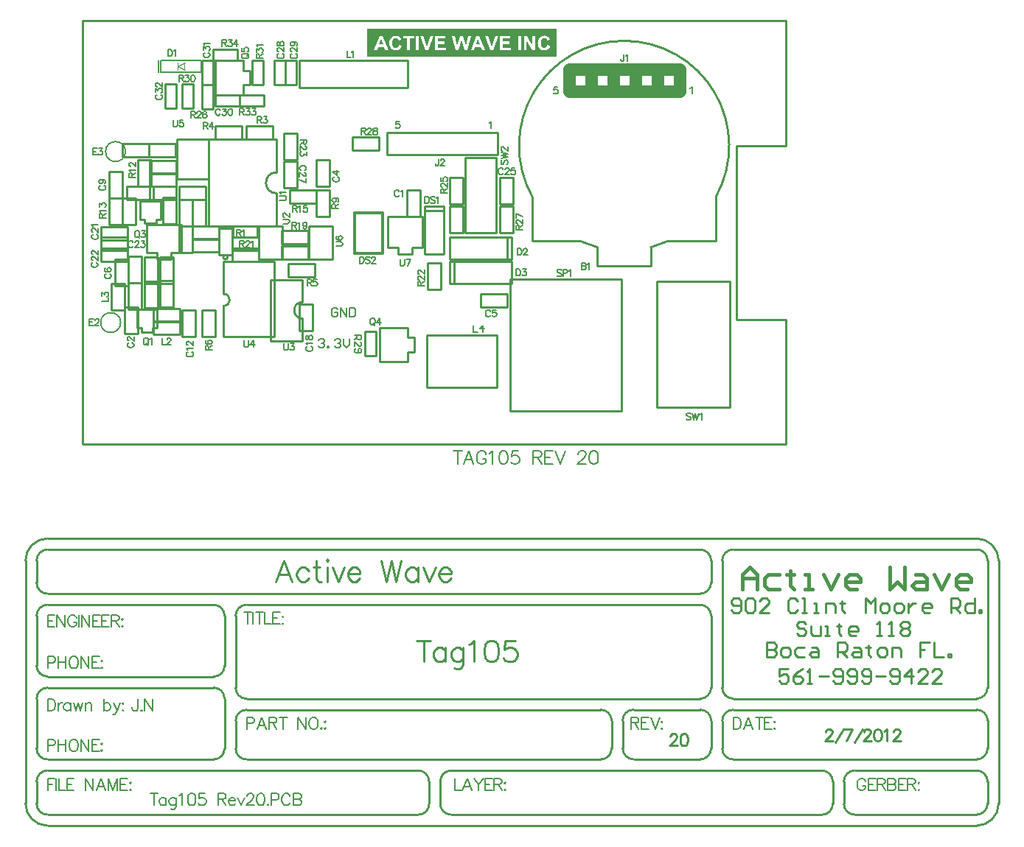
<source format=gto>
%FSLAX25Y25*%
%MOIN*%
G70*
G01*
G75*
G04 Layer_Color=65535*
%ADD10R,0.01378X0.03543*%
%ADD11R,0.01378X0.03543*%
%ADD12R,0.05700X0.03500*%
%ADD13R,0.23622X0.11811*%
%ADD14R,0.03000X0.03000*%
%ADD15R,0.05000X0.03600*%
%ADD16R,0.03600X0.03600*%
%ADD17R,0.11000X0.04500*%
%ADD18R,0.03600X0.03600*%
%ADD19R,0.03600X0.05000*%
%ADD20R,0.02000X0.05000*%
%ADD21O,0.01600X0.06000*%
%ADD22R,0.02362X0.02362*%
%ADD23R,0.06299X0.05118*%
%ADD24O,0.01600X0.06000*%
%ADD25R,0.09000X0.02362*%
%ADD26R,0.02362X0.10000*%
%ADD27R,0.07000X0.02362*%
%ADD28R,0.02362X0.09000*%
%ADD29O,0.02400X0.08000*%
%ADD30R,0.10000X0.07000*%
%ADD31R,0.10000X0.10000*%
%ADD32C,0.02000*%
%ADD33R,0.20000X0.10000*%
%ADD34R,0.16000X0.18000*%
%ADD35R,0.09055X0.06693*%
%ADD36R,0.08000X0.06000*%
%ADD37C,0.01200*%
%ADD38R,0.07000X0.11000*%
%ADD39R,0.03000X0.03000*%
%ADD40R,0.03937X0.02165*%
%ADD41C,0.04000*%
%ADD42R,0.07400X0.04500*%
%ADD43C,0.04000*%
%ADD44C,0.01500*%
%ADD45C,0.02500*%
%ADD46C,0.00600*%
%ADD47C,0.01600*%
%ADD48C,0.01000*%
%ADD49C,0.01400*%
%ADD50C,0.00800*%
%ADD51C,0.02000*%
%ADD52C,0.03000*%
%ADD53C,0.07400*%
%ADD54C,0.01200*%
%ADD55C,0.00984*%
%ADD56C,0.00900*%
%ADD57C,0.00500*%
%ADD58C,0.06200*%
%ADD59R,0.06200X0.06200*%
%ADD60C,0.19500*%
%ADD61C,0.07000*%
%ADD62C,0.07800*%
%ADD63C,0.12200*%
%ADD64R,0.05000X0.05000*%
%ADD65C,0.02800*%
%ADD66R,0.07000X0.07000*%
%ADD67C,0.05500*%
%ADD68C,0.00400*%
%ADD69C,0.00600*%
G36*
X209412Y170193D02*
X123800D01*
Y182820D01*
X209412D01*
Y170193D01*
D02*
G37*
%LPC*%
G36*
X174419Y179712D02*
X173053D01*
X170564Y173300D01*
X171930D01*
X172457Y174754D01*
X175044D01*
X175590Y173300D01*
X176996D01*
X174419Y179712D01*
D02*
G37*
G36*
X188395D02*
X183652D01*
Y173300D01*
X188522D01*
Y174383D01*
X184950D01*
Y176121D01*
X188151D01*
Y177204D01*
X184950D01*
Y178629D01*
X188395D01*
Y179712D01*
D02*
G37*
G36*
X193373D02*
X192075D01*
Y173300D01*
X193373D01*
Y179712D01*
D02*
G37*
G36*
X159047D02*
X154304D01*
Y173300D01*
X159174D01*
Y174383D01*
X155602D01*
Y176121D01*
X158803D01*
Y177204D01*
X155602D01*
Y178629D01*
X159047D01*
Y179712D01*
D02*
G37*
G36*
X130655D02*
X129289D01*
X126800Y173300D01*
X128166D01*
X128693Y174754D01*
X131280D01*
X131826Y173300D01*
X133232D01*
X130655Y179712D01*
D02*
G37*
G36*
X144993D02*
X139927D01*
Y178629D01*
X141811D01*
Y173300D01*
X143109D01*
Y178629D01*
X144993D01*
Y179712D01*
D02*
G37*
G36*
X147101D02*
X145803D01*
Y173300D01*
X147101D01*
Y179712D01*
D02*
G37*
G36*
X199697D02*
X198497D01*
Y175408D01*
X195852Y179712D01*
X194603D01*
Y173300D01*
X195803D01*
Y177507D01*
X198399Y173300D01*
X199697D01*
Y179712D01*
D02*
G37*
G36*
X136794Y179820D02*
X136677D01*
X136433Y179810D01*
X136199Y179781D01*
X135974Y179742D01*
X135769Y179683D01*
X135574Y179615D01*
X135399Y179537D01*
X135233Y179459D01*
X135086Y179381D01*
X134950Y179293D01*
X134833Y179215D01*
X134735Y179137D01*
X134647Y179068D01*
X134589Y179010D01*
X134540Y178971D01*
X134510Y178941D01*
X134501Y178931D01*
X134354Y178756D01*
X134227Y178570D01*
X134120Y178375D01*
X134022Y178170D01*
X133944Y177965D01*
X133886Y177751D01*
X133827Y177555D01*
X133788Y177350D01*
X133749Y177165D01*
X133720Y176999D01*
X133710Y176843D01*
X133691Y176706D01*
Y176599D01*
X133681Y176511D01*
Y176462D01*
Y176443D01*
X133691Y176169D01*
X133720Y175906D01*
X133759Y175662D01*
X133808Y175437D01*
X133876Y175223D01*
X133944Y175028D01*
X134013Y174842D01*
X134091Y174686D01*
X134169Y174539D01*
X134237Y174413D01*
X134315Y174305D01*
X134374Y174217D01*
X134423Y174149D01*
X134462Y174100D01*
X134491Y174071D01*
X134501Y174061D01*
X134657Y173905D01*
X134823Y173778D01*
X134998Y173661D01*
X135174Y173564D01*
X135350Y173476D01*
X135525Y173407D01*
X135691Y173349D01*
X135857Y173300D01*
X136013Y173261D01*
X136150Y173241D01*
X136277Y173222D01*
X136384Y173202D01*
X136472D01*
X136540Y173193D01*
X136599D01*
X136785Y173202D01*
X136970Y173212D01*
X137136Y173241D01*
X137302Y173271D01*
X137448Y173310D01*
X137585Y173349D01*
X137712Y173398D01*
X137829Y173446D01*
X137936Y173495D01*
X138034Y173544D01*
X138112Y173583D01*
X138180Y173622D01*
X138229Y173651D01*
X138268Y173681D01*
X138287Y173690D01*
X138297Y173700D01*
X138424Y173798D01*
X138531Y173915D01*
X138736Y174159D01*
X138902Y174422D01*
X139029Y174676D01*
X139088Y174793D01*
X139137Y174910D01*
X139176Y175008D01*
X139205Y175096D01*
X139234Y175174D01*
X139254Y175223D01*
X139263Y175262D01*
Y175271D01*
X138005Y175662D01*
X137936Y175408D01*
X137848Y175203D01*
X137760Y175018D01*
X137673Y174871D01*
X137595Y174764D01*
X137526Y174676D01*
X137487Y174637D01*
X137468Y174618D01*
X137321Y174510D01*
X137175Y174432D01*
X137029Y174374D01*
X136882Y174335D01*
X136765Y174315D01*
X136667Y174305D01*
X136628Y174295D01*
X136580D01*
X136453Y174305D01*
X136336Y174315D01*
X136111Y174374D01*
X135916Y174452D01*
X135750Y174549D01*
X135623Y174647D01*
X135525Y174725D01*
X135467Y174784D01*
X135457Y174793D01*
X135447Y174803D01*
X135369Y174910D01*
X135311Y175028D01*
X135252Y175154D01*
X135203Y175291D01*
X135125Y175584D01*
X135076Y175867D01*
X135057Y176004D01*
X135037Y176130D01*
X135028Y176238D01*
Y176345D01*
X135018Y176423D01*
Y176491D01*
Y176531D01*
Y176540D01*
X135028Y176745D01*
X135037Y176941D01*
X135057Y177126D01*
X135086Y177282D01*
X135116Y177438D01*
X135155Y177575D01*
X135194Y177692D01*
X135242Y177799D01*
X135281Y177897D01*
X135320Y177975D01*
X135360Y178043D01*
X135389Y178102D01*
X135418Y178141D01*
X135438Y178180D01*
X135457Y178190D01*
Y178200D01*
X135545Y178287D01*
X135633Y178375D01*
X135730Y178444D01*
X135818Y178502D01*
X136013Y178590D01*
X136199Y178648D01*
X136365Y178688D01*
X136433Y178697D01*
X136492Y178707D01*
X136540Y178717D01*
X136609D01*
X136794Y178707D01*
X136960Y178668D01*
X137116Y178629D01*
X137243Y178570D01*
X137351Y178522D01*
X137419Y178473D01*
X137468Y178434D01*
X137487Y178424D01*
X137614Y178307D01*
X137712Y178180D01*
X137800Y178053D01*
X137858Y177926D01*
X137907Y177809D01*
X137946Y177721D01*
X137956Y177663D01*
X137965Y177653D01*
Y177643D01*
X139244Y177946D01*
X139156Y178219D01*
X139049Y178453D01*
X138932Y178648D01*
X138824Y178814D01*
X138727Y178951D01*
X138649Y179039D01*
X138600Y179097D01*
X138590Y179117D01*
X138580D01*
X138434Y179244D01*
X138287Y179351D01*
X138131Y179439D01*
X137975Y179527D01*
X137819Y179595D01*
X137653Y179644D01*
X137507Y179693D01*
X137351Y179732D01*
X137214Y179761D01*
X137087Y179781D01*
X136970Y179800D01*
X136872Y179810D01*
X136794Y179820D01*
D02*
G37*
G36*
X203943D02*
X203826D01*
X203582Y179810D01*
X203348Y179781D01*
X203123Y179742D01*
X202918Y179683D01*
X202723Y179615D01*
X202547Y179537D01*
X202381Y179459D01*
X202235Y179381D01*
X202098Y179293D01*
X201981Y179215D01*
X201884Y179137D01*
X201796Y179068D01*
X201737Y179010D01*
X201689Y178971D01*
X201659Y178941D01*
X201649Y178931D01*
X201503Y178756D01*
X201376Y178570D01*
X201269Y178375D01*
X201171Y178170D01*
X201093Y177965D01*
X201035Y177751D01*
X200976Y177555D01*
X200937Y177350D01*
X200898Y177165D01*
X200869Y176999D01*
X200859Y176843D01*
X200839Y176706D01*
Y176599D01*
X200830Y176511D01*
Y176462D01*
Y176443D01*
X200839Y176169D01*
X200869Y175906D01*
X200908Y175662D01*
X200957Y175437D01*
X201025Y175223D01*
X201093Y175028D01*
X201161Y174842D01*
X201239Y174686D01*
X201318Y174539D01*
X201386Y174413D01*
X201464Y174305D01*
X201523Y174217D01*
X201571Y174149D01*
X201610Y174100D01*
X201640Y174071D01*
X201649Y174061D01*
X201806Y173905D01*
X201972Y173778D01*
X202147Y173661D01*
X202323Y173564D01*
X202499Y173476D01*
X202674Y173407D01*
X202840Y173349D01*
X203006Y173300D01*
X203162Y173261D01*
X203299Y173241D01*
X203426Y173222D01*
X203533Y173202D01*
X203621D01*
X203689Y173193D01*
X203748D01*
X203933Y173202D01*
X204119Y173212D01*
X204285Y173241D01*
X204451Y173271D01*
X204597Y173310D01*
X204734Y173349D01*
X204860Y173398D01*
X204978Y173446D01*
X205085Y173495D01*
X205183Y173544D01*
X205261Y173583D01*
X205329Y173622D01*
X205378Y173651D01*
X205417Y173681D01*
X205436Y173690D01*
X205446Y173700D01*
X205573Y173798D01*
X205680Y173915D01*
X205885Y174159D01*
X206051Y174422D01*
X206178Y174676D01*
X206237Y174793D01*
X206285Y174910D01*
X206325Y175008D01*
X206354Y175096D01*
X206383Y175174D01*
X206403Y175223D01*
X206412Y175262D01*
Y175271D01*
X205153Y175662D01*
X205085Y175408D01*
X204997Y175203D01*
X204909Y175018D01*
X204821Y174871D01*
X204743Y174764D01*
X204675Y174676D01*
X204636Y174637D01*
X204616Y174618D01*
X204470Y174510D01*
X204324Y174432D01*
X204177Y174374D01*
X204031Y174335D01*
X203914Y174315D01*
X203816Y174305D01*
X203777Y174295D01*
X203728D01*
X203601Y174305D01*
X203484Y174315D01*
X203260Y174374D01*
X203065Y174452D01*
X202899Y174549D01*
X202772Y174647D01*
X202674Y174725D01*
X202616Y174784D01*
X202606Y174793D01*
X202596Y174803D01*
X202518Y174910D01*
X202460Y175028D01*
X202401Y175154D01*
X202352Y175291D01*
X202274Y175584D01*
X202225Y175867D01*
X202206Y176004D01*
X202186Y176130D01*
X202176Y176238D01*
Y176345D01*
X202167Y176423D01*
Y176491D01*
Y176531D01*
Y176540D01*
X202176Y176745D01*
X202186Y176941D01*
X202206Y177126D01*
X202235Y177282D01*
X202264Y177438D01*
X202303Y177575D01*
X202342Y177692D01*
X202391Y177799D01*
X202430Y177897D01*
X202469Y177975D01*
X202508Y178043D01*
X202538Y178102D01*
X202567Y178141D01*
X202586Y178180D01*
X202606Y178190D01*
Y178200D01*
X202694Y178287D01*
X202782Y178375D01*
X202879Y178444D01*
X202967Y178502D01*
X203162Y178590D01*
X203348Y178648D01*
X203514Y178688D01*
X203582Y178697D01*
X203641Y178707D01*
X203689Y178717D01*
X203758D01*
X203943Y178707D01*
X204109Y178668D01*
X204265Y178629D01*
X204392Y178570D01*
X204499Y178522D01*
X204568Y178473D01*
X204616Y178434D01*
X204636Y178424D01*
X204763Y178307D01*
X204860Y178180D01*
X204948Y178053D01*
X205007Y177926D01*
X205056Y177809D01*
X205095Y177721D01*
X205104Y177663D01*
X205114Y177653D01*
Y177643D01*
X206393Y177946D01*
X206305Y178219D01*
X206198Y178453D01*
X206081Y178648D01*
X205973Y178814D01*
X205875Y178951D01*
X205797Y179039D01*
X205749Y179097D01*
X205739Y179117D01*
X205729D01*
X205583Y179244D01*
X205436Y179351D01*
X205280Y179439D01*
X205124Y179527D01*
X204968Y179595D01*
X204802Y179644D01*
X204656Y179693D01*
X204499Y179732D01*
X204363Y179761D01*
X204236Y179781D01*
X204119Y179800D01*
X204021Y179810D01*
X203943Y179820D01*
D02*
G37*
G36*
X182998Y179712D02*
X181612D01*
X180051Y174969D01*
X178421Y179712D01*
X177025D01*
X179319Y173300D01*
X180714D01*
X182998Y179712D01*
D02*
G37*
G36*
X153650D02*
X152264D01*
X150702Y174969D01*
X149072Y179712D01*
X147677D01*
X149970Y173300D01*
X151366D01*
X153650Y179712D01*
D02*
G37*
G36*
X170535D02*
X169227D01*
X168251Y175233D01*
X167119Y179712D01*
X165586D01*
X164415Y175301D01*
X163468Y179712D01*
X162141D01*
X163634Y173300D01*
X165059D01*
X166328Y178092D01*
X167607Y173300D01*
X168992D01*
X170535Y179712D01*
D02*
G37*
%LPD*%
G36*
X130860Y175838D02*
X129094D01*
X129962Y178219D01*
X130860Y175838D01*
D02*
G37*
G36*
X174624D02*
X172857D01*
X173726Y178219D01*
X174624Y175838D01*
D02*
G37*
D44*
X293352Y-70690D02*
Y-64025D01*
X296685Y-60693D01*
X300017Y-64025D01*
Y-70690D01*
Y-65691D01*
X293352D01*
X310014Y-64025D02*
X305015D01*
X303349Y-65691D01*
Y-69024D01*
X305015Y-70690D01*
X310014D01*
X315012Y-62359D02*
Y-64025D01*
X313346D01*
X316678D01*
X315012D01*
Y-69024D01*
X316678Y-70690D01*
X321676D02*
X325009D01*
X323342D01*
Y-64025D01*
X321676D01*
X330007D02*
X333339Y-70690D01*
X336672Y-64025D01*
X345002Y-70690D02*
X341670D01*
X340004Y-69024D01*
Y-65691D01*
X341670Y-64025D01*
X345002D01*
X346668Y-65691D01*
Y-67357D01*
X340004D01*
X359997Y-60693D02*
Y-70690D01*
X363330Y-67357D01*
X366662Y-70690D01*
Y-60693D01*
X371660Y-64025D02*
X374992D01*
X376659Y-65691D01*
Y-70690D01*
X371660D01*
X369994Y-69024D01*
X371660Y-67357D01*
X376659D01*
X379991Y-64025D02*
X383323Y-70690D01*
X386655Y-64025D01*
X394986Y-70690D02*
X391654D01*
X389988Y-69024D01*
Y-65691D01*
X391654Y-64025D01*
X394986D01*
X396652Y-65691D01*
Y-67357D01*
X389988D01*
D46*
X171600Y48799D02*
Y45800D01*
X173599D01*
X176099D02*
Y48799D01*
X174599Y47300D01*
X176598D01*
X118000Y44300D02*
X120999D01*
Y42801D01*
X120499Y42301D01*
X119500D01*
X119000Y42801D01*
Y44300D01*
Y43300D02*
X118000Y42301D01*
Y39302D02*
Y41301D01*
X119999Y39302D01*
X120499D01*
X120999Y39801D01*
Y40801D01*
X120499Y41301D01*
X118500Y38302D02*
X118000Y37802D01*
Y36802D01*
X118500Y36303D01*
X120499D01*
X120999Y36802D01*
Y37802D01*
X120499Y38302D01*
X119999D01*
X119500Y37802D01*
Y36303D01*
X58000Y177999D02*
Y175000D01*
Y177999D02*
X59285D01*
X59714Y177857D01*
X59857Y177714D01*
X60000Y177428D01*
Y177142D01*
X59857Y176857D01*
X59714Y176714D01*
X59285Y176571D01*
X58000D01*
X59000D02*
X60000Y175000D01*
X60957Y177999D02*
X62528D01*
X61671Y176857D01*
X62099D01*
X62385Y176714D01*
X62528Y176571D01*
X62670Y176143D01*
Y175857D01*
X62528Y175428D01*
X62242Y175143D01*
X61813Y175000D01*
X61385D01*
X60957Y175143D01*
X60814Y175286D01*
X60671Y175571D01*
X64770Y177999D02*
X63342Y176000D01*
X65484D01*
X64770Y177999D02*
Y175000D01*
X38500Y161999D02*
Y159000D01*
Y161999D02*
X39785D01*
X40214Y161856D01*
X40357Y161714D01*
X40500Y161428D01*
Y161142D01*
X40357Y160857D01*
X40214Y160714D01*
X39785Y160571D01*
X38500D01*
X39500D02*
X40500Y159000D01*
X41456Y161999D02*
X43028D01*
X42171Y160857D01*
X42599D01*
X42885Y160714D01*
X43028Y160571D01*
X43170Y160143D01*
Y159857D01*
X43028Y159429D01*
X42742Y159143D01*
X42314Y159000D01*
X41885D01*
X41456Y159143D01*
X41314Y159286D01*
X41171Y159571D01*
X44699Y161999D02*
X44270Y161856D01*
X43985Y161428D01*
X43842Y160714D01*
Y160285D01*
X43985Y159571D01*
X44270Y159143D01*
X44699Y159000D01*
X44984D01*
X45413Y159143D01*
X45698Y159571D01*
X45841Y160285D01*
Y160714D01*
X45698Y161428D01*
X45413Y161856D01*
X44984Y161999D01*
X44699D01*
X114700Y172999D02*
Y170000D01*
X116414D01*
X116742Y172428D02*
X117028Y172571D01*
X117456Y172999D01*
Y170000D01*
X89715Y171642D02*
X89429Y171500D01*
X89144Y171214D01*
X89001Y170928D01*
Y170357D01*
X89144Y170071D01*
X89429Y169786D01*
X89715Y169643D01*
X90143Y169500D01*
X90857D01*
X91286Y169643D01*
X91571Y169786D01*
X91857Y170071D01*
X92000Y170357D01*
Y170928D01*
X91857Y171214D01*
X91571Y171500D01*
X91286Y171642D01*
X89715Y172628D02*
X89572D01*
X89286Y172771D01*
X89144Y172914D01*
X89001Y173199D01*
Y173770D01*
X89144Y174056D01*
X89286Y174199D01*
X89572Y174342D01*
X89858D01*
X90143Y174199D01*
X90572Y173913D01*
X92000Y172485D01*
Y174485D01*
X90000Y177013D02*
X90429Y176870D01*
X90715Y176584D01*
X90857Y176156D01*
Y176013D01*
X90715Y175584D01*
X90429Y175299D01*
X90000Y175156D01*
X89858D01*
X89429Y175299D01*
X89144Y175584D01*
X89001Y176013D01*
Y176156D01*
X89144Y176584D01*
X89429Y176870D01*
X90000Y177013D01*
X90715D01*
X91429Y176870D01*
X91857Y176584D01*
X92000Y176156D01*
Y175870D01*
X91857Y175442D01*
X91571Y175299D01*
X-43Y51699D02*
X-1900D01*
Y48700D01*
X-43D01*
X-1900Y50271D02*
X-757D01*
X599Y50985D02*
Y51128D01*
X742Y51414D01*
X885Y51556D01*
X1171Y51699D01*
X1742D01*
X2028Y51556D01*
X2171Y51414D01*
X2313Y51128D01*
Y50842D01*
X2171Y50557D01*
X1885Y50128D01*
X457Y48700D01*
X2456D01*
X1557Y128899D02*
X-300D01*
Y125900D01*
X1557D01*
X-300Y127471D02*
X843D01*
X2342Y128899D02*
X3913D01*
X3056Y127757D01*
X3485D01*
X3771Y127614D01*
X3913Y127471D01*
X4056Y127043D01*
Y126757D01*
X3913Y126329D01*
X3628Y126043D01*
X3199Y125900D01*
X2771D01*
X2342Y126043D01*
X2200Y126186D01*
X2057Y126471D01*
X191100Y74199D02*
Y71200D01*
Y74199D02*
X192100D01*
X192528Y74057D01*
X192814Y73771D01*
X192957Y73485D01*
X193100Y73057D01*
Y72343D01*
X192957Y71914D01*
X192814Y71628D01*
X192528Y71343D01*
X192100Y71200D01*
X191100D01*
X194056Y74199D02*
X195628D01*
X194771Y73057D01*
X195199D01*
X195485Y72914D01*
X195628Y72771D01*
X195770Y72343D01*
Y72057D01*
X195628Y71628D01*
X195342Y71343D01*
X194913Y71200D01*
X194485D01*
X194056Y71343D01*
X193914Y71486D01*
X193771Y71771D01*
X191500Y83499D02*
Y80500D01*
Y83499D02*
X192500D01*
X192928Y83356D01*
X193214Y83071D01*
X193357Y82785D01*
X193500Y82357D01*
Y81643D01*
X193357Y81214D01*
X193214Y80928D01*
X192928Y80643D01*
X192500Y80500D01*
X191500D01*
X194314Y82785D02*
Y82928D01*
X194457Y83214D01*
X194599Y83356D01*
X194885Y83499D01*
X195456D01*
X195742Y83356D01*
X195885Y83214D01*
X196028Y82928D01*
Y82642D01*
X195885Y82357D01*
X195599Y81928D01*
X194171Y80500D01*
X196170D01*
X185142Y119285D02*
X185000Y119571D01*
X184714Y119857D01*
X184428Y119999D01*
X183857D01*
X183571Y119857D01*
X183286Y119571D01*
X183143Y119285D01*
X183000Y118857D01*
Y118143D01*
X183143Y117714D01*
X183286Y117429D01*
X183571Y117143D01*
X183857Y117000D01*
X184428D01*
X184714Y117143D01*
X185000Y117429D01*
X185142Y117714D01*
X186128Y119285D02*
Y119428D01*
X186271Y119714D01*
X186414Y119857D01*
X186699Y119999D01*
X187270D01*
X187556Y119857D01*
X187699Y119714D01*
X187842Y119428D01*
Y119142D01*
X187699Y118857D01*
X187413Y118428D01*
X185985Y117000D01*
X187985D01*
X190370Y119999D02*
X188942D01*
X188799Y118714D01*
X188942Y118857D01*
X189370Y119000D01*
X189798D01*
X190227Y118857D01*
X190513Y118571D01*
X190656Y118143D01*
Y117857D01*
X190513Y117429D01*
X190227Y117143D01*
X189798Y117000D01*
X189370D01*
X188942Y117143D01*
X188799Y117286D01*
X188656Y117571D01*
X184629Y123500D02*
X184344Y123214D01*
X184201Y122785D01*
Y122214D01*
X184344Y121786D01*
X184629Y121500D01*
X184915D01*
X185200Y121643D01*
X185343Y121786D01*
X185486Y122071D01*
X185772Y122928D01*
X185915Y123214D01*
X186057Y123357D01*
X186343Y123500D01*
X186772D01*
X187057Y123214D01*
X187200Y122785D01*
Y122214D01*
X187057Y121786D01*
X186772Y121500D01*
X184201Y124171D02*
X187200Y124885D01*
X184201Y125599D02*
X187200Y124885D01*
X184201Y125599D02*
X187200Y126313D01*
X184201Y127027D02*
X187200Y126313D01*
X184915Y127770D02*
X184772D01*
X184486Y127913D01*
X184344Y128056D01*
X184201Y128341D01*
Y128913D01*
X184344Y129198D01*
X184486Y129341D01*
X184772Y129484D01*
X185058D01*
X185343Y129341D01*
X185772Y129056D01*
X187200Y127627D01*
Y129627D01*
X191001Y92000D02*
X194000D01*
X191001D02*
Y93285D01*
X191144Y93714D01*
X191286Y93857D01*
X191572Y94000D01*
X191858D01*
X192143Y93857D01*
X192286Y93714D01*
X192429Y93285D01*
Y92000D01*
Y93000D02*
X194000Y94000D01*
X191715Y94814D02*
X191572D01*
X191286Y94956D01*
X191144Y95099D01*
X191001Y95385D01*
Y95956D01*
X191144Y96242D01*
X191286Y96385D01*
X191572Y96528D01*
X191858D01*
X192143Y96385D01*
X192572Y96099D01*
X194000Y94671D01*
Y96670D01*
X191001Y99341D02*
X194000Y97913D01*
X191001Y97342D02*
Y99341D01*
X220500Y76999D02*
Y74000D01*
Y76999D02*
X221785D01*
X222214Y76856D01*
X222357Y76714D01*
X222500Y76428D01*
Y76142D01*
X222357Y75857D01*
X222214Y75714D01*
X221785Y75571D01*
X220500D02*
X221785D01*
X222214Y75428D01*
X222357Y75285D01*
X222500Y75000D01*
Y74571D01*
X222357Y74286D01*
X222214Y74143D01*
X221785Y74000D01*
X220500D01*
X223171Y76428D02*
X223457Y76571D01*
X223885Y76999D01*
Y74000D01*
X211500Y73571D02*
X211214Y73857D01*
X210785Y73999D01*
X210214D01*
X209786Y73857D01*
X209500Y73571D01*
Y73285D01*
X209643Y73000D01*
X209786Y72857D01*
X210071Y72714D01*
X210928Y72428D01*
X211214Y72285D01*
X211357Y72143D01*
X211500Y71857D01*
Y71429D01*
X211214Y71143D01*
X210785Y71000D01*
X210214D01*
X209786Y71143D01*
X209500Y71429D01*
X212171Y72428D02*
X213456D01*
X213885Y72571D01*
X214028Y72714D01*
X214170Y73000D01*
Y73428D01*
X214028Y73714D01*
X213885Y73857D01*
X213456Y73999D01*
X212171D01*
Y71000D01*
X214842Y73428D02*
X215127Y73571D01*
X215556Y73999D01*
Y71000D01*
X157001Y108500D02*
X160000D01*
X157001D02*
Y109785D01*
X157143Y110214D01*
X157286Y110357D01*
X157572Y110500D01*
X157858D01*
X158143Y110357D01*
X158286Y110214D01*
X158429Y109785D01*
Y108500D01*
Y109500D02*
X160000Y110500D01*
X157715Y111314D02*
X157572D01*
X157286Y111457D01*
X157143Y111599D01*
X157001Y111885D01*
Y112456D01*
X157143Y112742D01*
X157286Y112885D01*
X157572Y113028D01*
X157858D01*
X158143Y112885D01*
X158572Y112599D01*
X160000Y111171D01*
Y113170D01*
X157001Y115556D02*
Y114127D01*
X158286Y113985D01*
X158143Y114127D01*
X158000Y114556D01*
Y114984D01*
X158143Y115413D01*
X158429Y115699D01*
X158857Y115841D01*
X159143D01*
X159572Y115699D01*
X159857Y115413D01*
X160000Y114984D01*
Y114556D01*
X159857Y114127D01*
X159714Y113985D01*
X159429Y113842D01*
X270000Y8571D02*
X269714Y8856D01*
X269285Y8999D01*
X268714D01*
X268286Y8856D01*
X268000Y8571D01*
Y8285D01*
X268143Y8000D01*
X268286Y7857D01*
X268571Y7714D01*
X269428Y7428D01*
X269714Y7285D01*
X269857Y7143D01*
X270000Y6857D01*
Y6429D01*
X269714Y6143D01*
X269285Y6000D01*
X268714D01*
X268286Y6143D01*
X268000Y6429D01*
X270671Y8999D02*
X271385Y6000D01*
X272099Y8999D02*
X271385Y6000D01*
X272099Y8999D02*
X272813Y6000D01*
X273527Y8999D02*
X272813Y6000D01*
X274127Y8428D02*
X274413Y8571D01*
X274841Y8999D01*
Y6000D01*
X179342Y54985D02*
X179200Y55271D01*
X178914Y55556D01*
X178628Y55699D01*
X178057D01*
X177771Y55556D01*
X177486Y55271D01*
X177343Y54985D01*
X177200Y54557D01*
Y53843D01*
X177343Y53414D01*
X177486Y53128D01*
X177771Y52843D01*
X178057Y52700D01*
X178628D01*
X178914Y52843D01*
X179200Y53128D01*
X179342Y53414D01*
X181899Y55699D02*
X180471D01*
X180328Y54414D01*
X180471Y54557D01*
X180899Y54700D01*
X181328D01*
X181756Y54557D01*
X182042Y54271D01*
X182185Y53843D01*
Y53557D01*
X182042Y53128D01*
X181756Y52843D01*
X181328Y52700D01*
X180899D01*
X180471Y52843D01*
X180328Y52986D01*
X180185Y53271D01*
X138099Y109265D02*
X137956Y109551D01*
X137670Y109837D01*
X137384Y109979D01*
X136813D01*
X136527Y109837D01*
X136242Y109551D01*
X136099Y109265D01*
X135956Y108837D01*
Y108123D01*
X136099Y107694D01*
X136242Y107409D01*
X136527Y107123D01*
X136813Y106980D01*
X137384D01*
X137670Y107123D01*
X137956Y107409D01*
X138099Y107694D01*
X138941Y109408D02*
X139227Y109551D01*
X139655Y109979D01*
Y106980D01*
X96715Y39242D02*
X96429Y39100D01*
X96144Y38814D01*
X96001Y38528D01*
Y37957D01*
X96144Y37671D01*
X96429Y37386D01*
X96715Y37243D01*
X97143Y37100D01*
X97857D01*
X98286Y37243D01*
X98571Y37386D01*
X98857Y37671D01*
X99000Y37957D01*
Y38528D01*
X98857Y38814D01*
X98571Y39100D01*
X98286Y39242D01*
X96572Y40085D02*
X96429Y40371D01*
X96001Y40799D01*
X99000D01*
X96001Y42999D02*
X96144Y42570D01*
X96429Y42427D01*
X96715D01*
X97000Y42570D01*
X97143Y42856D01*
X97286Y43427D01*
X97429Y43856D01*
X97715Y44141D01*
X98000Y44284D01*
X98429D01*
X98714Y44141D01*
X98857Y43999D01*
X99000Y43570D01*
Y42999D01*
X98857Y42570D01*
X98714Y42427D01*
X98429Y42285D01*
X98000D01*
X97715Y42427D01*
X97429Y42713D01*
X97286Y43142D01*
X97143Y43713D01*
X97000Y43999D01*
X96715Y44141D01*
X96429D01*
X96144Y43999D01*
X96001Y43570D01*
Y42999D01*
X3701Y59700D02*
X6700D01*
Y61414D01*
X3701Y62028D02*
Y63599D01*
X4843Y62742D01*
Y63171D01*
X4986Y63456D01*
X5129Y63599D01*
X5557Y63742D01*
X5843D01*
X6272Y63599D01*
X6557Y63314D01*
X6700Y62885D01*
Y62457D01*
X6557Y62028D01*
X6414Y61885D01*
X6129Y61742D01*
X16001Y115700D02*
X19000D01*
X16001D02*
Y116985D01*
X16143Y117414D01*
X16286Y117557D01*
X16572Y117700D01*
X16858D01*
X17143Y117557D01*
X17286Y117414D01*
X17429Y116985D01*
Y115700D01*
Y116700D02*
X19000Y117700D01*
X16572Y118371D02*
X16429Y118657D01*
X16001Y119085D01*
X19000D01*
X16715Y120713D02*
X16572D01*
X16286Y120856D01*
X16143Y120999D01*
X16001Y121284D01*
Y121856D01*
X16143Y122142D01*
X16286Y122284D01*
X16572Y122427D01*
X16858D01*
X17143Y122284D01*
X17572Y121999D01*
X19000Y120570D01*
Y122570D01*
X2501Y97300D02*
X5500D01*
X2501D02*
Y98585D01*
X2644Y99014D01*
X2786Y99157D01*
X3072Y99300D01*
X3358D01*
X3643Y99157D01*
X3786Y99014D01*
X3929Y98585D01*
Y97300D01*
Y98300D02*
X5500Y99300D01*
X3072Y99971D02*
X2929Y100257D01*
X2501Y100685D01*
X5500D01*
X2501Y102456D02*
Y104027D01*
X3643Y103170D01*
Y103599D01*
X3786Y103884D01*
X3929Y104027D01*
X4357Y104170D01*
X4643D01*
X5071Y104027D01*
X5357Y103742D01*
X5500Y103313D01*
Y102884D01*
X5357Y102456D01*
X5214Y102313D01*
X4929Y102170D01*
X5615Y72142D02*
X5329Y72000D01*
X5043Y71714D01*
X4901Y71428D01*
Y70857D01*
X5043Y70571D01*
X5329Y70286D01*
X5615Y70143D01*
X6043Y70000D01*
X6757D01*
X7186Y70143D01*
X7472Y70286D01*
X7757Y70571D01*
X7900Y70857D01*
Y71428D01*
X7757Y71714D01*
X7472Y72000D01*
X7186Y72142D01*
X5329Y74699D02*
X5043Y74556D01*
X4901Y74128D01*
Y73842D01*
X5043Y73413D01*
X5472Y73128D01*
X6186Y72985D01*
X6900D01*
X7472Y73128D01*
X7757Y73413D01*
X7900Y73842D01*
Y73985D01*
X7757Y74413D01*
X7472Y74699D01*
X7043Y74842D01*
X6900D01*
X6472Y74699D01*
X6186Y74413D01*
X6043Y73985D01*
Y73842D01*
X6186Y73413D01*
X6472Y73128D01*
X6900Y72985D01*
X3115Y112042D02*
X2829Y111900D01*
X2544Y111614D01*
X2401Y111328D01*
Y110757D01*
X2544Y110471D01*
X2829Y110186D01*
X3115Y110043D01*
X3543Y109900D01*
X4257D01*
X4686Y110043D01*
X4972Y110186D01*
X5257Y110471D01*
X5400Y110757D01*
Y111328D01*
X5257Y111614D01*
X4972Y111900D01*
X4686Y112042D01*
X3400Y114742D02*
X3829Y114599D01*
X4115Y114313D01*
X4257Y113885D01*
Y113742D01*
X4115Y113314D01*
X3829Y113028D01*
X3400Y112885D01*
X3258D01*
X2829Y113028D01*
X2544Y113314D01*
X2401Y113742D01*
Y113885D01*
X2544Y114313D01*
X2829Y114599D01*
X3400Y114742D01*
X4115D01*
X4829Y114599D01*
X5257Y114313D01*
X5400Y113885D01*
Y113599D01*
X5257Y113171D01*
X4972Y113028D01*
X108815Y115942D02*
X108529Y115800D01*
X108244Y115514D01*
X108101Y115228D01*
Y114657D01*
X108244Y114371D01*
X108529Y114086D01*
X108815Y113943D01*
X109243Y113800D01*
X109957D01*
X110386Y113943D01*
X110671Y114086D01*
X110957Y114371D01*
X111100Y114657D01*
Y115228D01*
X110957Y115514D01*
X110671Y115800D01*
X110386Y115942D01*
X108101Y118213D02*
X110100Y116785D01*
Y118928D01*
X108101Y118213D02*
X111100D01*
X95385Y118858D02*
X95671Y119000D01*
X95956Y119286D01*
X96099Y119572D01*
Y120143D01*
X95956Y120429D01*
X95671Y120714D01*
X95385Y120857D01*
X94957Y121000D01*
X94243D01*
X93814Y120857D01*
X93528Y120714D01*
X93243Y120429D01*
X93100Y120143D01*
Y119572D01*
X93243Y119286D01*
X93528Y119000D01*
X93814Y118858D01*
X95385Y117872D02*
X95528D01*
X95814Y117729D01*
X95956Y117586D01*
X96099Y117301D01*
Y116729D01*
X95956Y116444D01*
X95814Y116301D01*
X95528Y116158D01*
X95242D01*
X94957Y116301D01*
X94528Y116587D01*
X93100Y118015D01*
Y116015D01*
X96099Y113345D02*
X93100Y114773D01*
X96099Y115344D02*
Y113345D01*
X239728Y171199D02*
Y168914D01*
X239585Y168486D01*
X239443Y168343D01*
X239157Y168200D01*
X238871D01*
X238586Y168343D01*
X238443Y168486D01*
X238300Y168914D01*
Y169200D01*
X240499Y170628D02*
X240785Y170771D01*
X241214Y171199D01*
Y168200D01*
X15915Y40842D02*
X15629Y40700D01*
X15344Y40414D01*
X15201Y40128D01*
Y39557D01*
X15344Y39271D01*
X15629Y38986D01*
X15915Y38843D01*
X16343Y38700D01*
X17057D01*
X17486Y38843D01*
X17772Y38986D01*
X18057Y39271D01*
X18200Y39557D01*
Y40128D01*
X18057Y40414D01*
X17772Y40700D01*
X17486Y40842D01*
X15915Y41828D02*
X15772D01*
X15486Y41971D01*
X15344Y42114D01*
X15201Y42399D01*
Y42970D01*
X15344Y43256D01*
X15486Y43399D01*
X15772Y43542D01*
X16058D01*
X16343Y43399D01*
X16772Y43113D01*
X18200Y41685D01*
Y43685D01*
X-185Y89942D02*
X-471Y89800D01*
X-757Y89514D01*
X-899Y89228D01*
Y88657D01*
X-757Y88371D01*
X-471Y88086D01*
X-185Y87943D01*
X243Y87800D01*
X957D01*
X1386Y87943D01*
X1671Y88086D01*
X1957Y88371D01*
X2100Y88657D01*
Y89228D01*
X1957Y89514D01*
X1671Y89800D01*
X1386Y89942D01*
X-185Y90928D02*
X-328D01*
X-614Y91071D01*
X-757Y91214D01*
X-899Y91499D01*
Y92071D01*
X-757Y92356D01*
X-614Y92499D01*
X-328Y92642D01*
X-42D01*
X243Y92499D01*
X672Y92213D01*
X2100Y90785D01*
Y92785D01*
X-328Y93456D02*
X-471Y93742D01*
X-899Y94170D01*
X2100D01*
X146501Y66500D02*
X149500D01*
X146501D02*
Y67785D01*
X146643Y68214D01*
X146786Y68357D01*
X147072Y68500D01*
X147358D01*
X147643Y68357D01*
X147786Y68214D01*
X147929Y67785D01*
Y66500D01*
Y67500D02*
X149500Y68500D01*
X147215Y69314D02*
X147072D01*
X146786Y69456D01*
X146643Y69599D01*
X146501Y69885D01*
Y70456D01*
X146643Y70742D01*
X146786Y70885D01*
X147072Y71028D01*
X147358D01*
X147643Y70885D01*
X148072Y70599D01*
X149500Y69171D01*
Y71170D01*
X147215Y71985D02*
X147072D01*
X146786Y72127D01*
X146643Y72270D01*
X146501Y72556D01*
Y73127D01*
X146643Y73413D01*
X146786Y73556D01*
X147072Y73699D01*
X147358D01*
X147643Y73556D01*
X148072Y73270D01*
X149500Y71842D01*
Y73841D01*
X50501Y37500D02*
X53500D01*
X50501D02*
Y38785D01*
X50643Y39214D01*
X50786Y39357D01*
X51072Y39500D01*
X51358D01*
X51643Y39357D01*
X51786Y39214D01*
X51929Y38785D01*
Y37500D01*
Y38500D02*
X53500Y39500D01*
X50929Y41885D02*
X50643Y41742D01*
X50501Y41313D01*
Y41028D01*
X50643Y40599D01*
X51072Y40314D01*
X51786Y40171D01*
X52500D01*
X53071Y40314D01*
X53357Y40599D01*
X53500Y41028D01*
Y41171D01*
X53357Y41599D01*
X53071Y41885D01*
X52643Y42028D01*
X52500D01*
X52072Y41885D01*
X51786Y41599D01*
X51643Y41171D01*
Y41028D01*
X51786Y40599D01*
X52072Y40314D01*
X52500Y40171D01*
X66000Y86999D02*
Y84000D01*
Y86999D02*
X67285D01*
X67714Y86857D01*
X67857Y86714D01*
X68000Y86428D01*
Y86142D01*
X67857Y85857D01*
X67714Y85714D01*
X67285Y85571D01*
X66000D01*
X67000D02*
X68000Y84000D01*
X68814Y86285D02*
Y86428D01*
X68957Y86714D01*
X69099Y86857D01*
X69385Y86999D01*
X69956D01*
X70242Y86857D01*
X70385Y86714D01*
X70528Y86428D01*
Y86142D01*
X70385Y85857D01*
X70099Y85428D01*
X68671Y84000D01*
X70670D01*
X71342Y86428D02*
X71627Y86571D01*
X72056Y86999D01*
Y84000D01*
X68000Y41999D02*
Y39857D01*
X68143Y39428D01*
X68428Y39143D01*
X68857Y39000D01*
X69143D01*
X69571Y39143D01*
X69857Y39428D01*
X70000Y39857D01*
Y41999D01*
X72256D02*
X70828Y40000D01*
X72970D01*
X72256Y41999D02*
Y39000D01*
X19357Y91499D02*
X19071Y91356D01*
X18786Y91071D01*
X18643Y90785D01*
X18500Y90357D01*
Y89643D01*
X18643Y89214D01*
X18786Y88929D01*
X19071Y88643D01*
X19357Y88500D01*
X19928D01*
X20214Y88643D01*
X20500Y88929D01*
X20642Y89214D01*
X20785Y89643D01*
Y90357D01*
X20642Y90785D01*
X20500Y91071D01*
X20214Y91356D01*
X19928Y91499D01*
X19357D01*
X19785Y89071D02*
X20642Y88214D01*
X21771Y91499D02*
X23342D01*
X22485Y90357D01*
X22913D01*
X23199Y90214D01*
X23342Y90071D01*
X23485Y89643D01*
Y89357D01*
X23342Y88929D01*
X23056Y88643D01*
X22628Y88500D01*
X22199D01*
X21771Y88643D01*
X21628Y88786D01*
X21485Y89071D01*
X31000Y42999D02*
Y40000D01*
X32714D01*
X33185Y42285D02*
Y42428D01*
X33328Y42714D01*
X33471Y42856D01*
X33757Y42999D01*
X34328D01*
X34613Y42856D01*
X34756Y42714D01*
X34899Y42428D01*
Y42142D01*
X34756Y41857D01*
X34471Y41428D01*
X33042Y40000D01*
X35042D01*
X96299Y132800D02*
X93300D01*
X96299D02*
Y131515D01*
X96157Y131086D01*
X96014Y130943D01*
X95728Y130800D01*
X95442D01*
X95157Y130943D01*
X95014Y131086D01*
X94871Y131515D01*
Y132800D01*
Y131800D02*
X93300Y130800D01*
X95585Y129986D02*
X95728D01*
X96014Y129843D01*
X96157Y129701D01*
X96299Y129415D01*
Y128844D01*
X96157Y128558D01*
X96014Y128415D01*
X95728Y128272D01*
X95442D01*
X95157Y128415D01*
X94728Y128701D01*
X93300Y130129D01*
Y128130D01*
X96299Y127173D02*
Y125601D01*
X95157Y126459D01*
Y126030D01*
X95014Y125744D01*
X94871Y125601D01*
X94443Y125459D01*
X94157D01*
X93729Y125601D01*
X93443Y125887D01*
X93300Y126316D01*
Y126744D01*
X93443Y127173D01*
X93586Y127315D01*
X93871Y127458D01*
X42715Y36642D02*
X42429Y36500D01*
X42143Y36214D01*
X42001Y35928D01*
Y35357D01*
X42143Y35071D01*
X42429Y34786D01*
X42715Y34643D01*
X43143Y34500D01*
X43857D01*
X44286Y34643D01*
X44572Y34786D01*
X44857Y35071D01*
X45000Y35357D01*
Y35928D01*
X44857Y36214D01*
X44572Y36500D01*
X44286Y36642D01*
X42572Y37485D02*
X42429Y37771D01*
X42001Y38199D01*
X45000D01*
X42715Y39827D02*
X42572D01*
X42286Y39970D01*
X42143Y40113D01*
X42001Y40399D01*
Y40970D01*
X42143Y41256D01*
X42286Y41399D01*
X42572Y41541D01*
X42858D01*
X43143Y41399D01*
X43572Y41113D01*
X45000Y39685D01*
Y41684D01*
X121000Y137999D02*
Y135000D01*
Y137999D02*
X122285D01*
X122714Y137856D01*
X122857Y137714D01*
X123000Y137428D01*
Y137142D01*
X122857Y136857D01*
X122714Y136714D01*
X122285Y136571D01*
X121000D01*
X122000D02*
X123000Y135000D01*
X123814Y137285D02*
Y137428D01*
X123957Y137714D01*
X124099Y137856D01*
X124385Y137999D01*
X124956D01*
X125242Y137856D01*
X125385Y137714D01*
X125528Y137428D01*
Y137142D01*
X125385Y136857D01*
X125099Y136428D01*
X123671Y135000D01*
X125670D01*
X127056Y137999D02*
X126627Y137856D01*
X126485Y137571D01*
Y137285D01*
X126627Y137000D01*
X126913Y136857D01*
X127484Y136714D01*
X127913Y136571D01*
X128199Y136285D01*
X128341Y136000D01*
Y135571D01*
X128199Y135286D01*
X128056Y135143D01*
X127627Y135000D01*
X127056D01*
X126627Y135143D01*
X126485Y135286D01*
X126342Y135571D01*
Y136000D01*
X126485Y136285D01*
X126770Y136571D01*
X127199Y136714D01*
X127770Y136857D01*
X128056Y137000D01*
X128199Y137285D01*
Y137571D01*
X128056Y137856D01*
X127627Y137999D01*
X127056D01*
X107801Y101800D02*
X110800D01*
X107801D02*
Y103085D01*
X107943Y103514D01*
X108086Y103657D01*
X108372Y103800D01*
X108658D01*
X108943Y103657D01*
X109086Y103514D01*
X109229Y103085D01*
Y101800D01*
Y102800D02*
X110800Y103800D01*
X108800Y106328D02*
X109229Y106185D01*
X109515Y105899D01*
X109657Y105471D01*
Y105328D01*
X109515Y104899D01*
X109229Y104614D01*
X108800Y104471D01*
X108658D01*
X108229Y104614D01*
X107943Y104899D01*
X107801Y105328D01*
Y105471D01*
X107943Y105899D01*
X108229Y106185D01*
X108800Y106328D01*
X109515D01*
X110229Y106185D01*
X110657Y105899D01*
X110800Y105471D01*
Y105185D01*
X110657Y104756D01*
X110371Y104614D01*
X89900Y102999D02*
Y100000D01*
Y102999D02*
X91185D01*
X91614Y102857D01*
X91757Y102714D01*
X91900Y102428D01*
Y102142D01*
X91757Y101857D01*
X91614Y101714D01*
X91185Y101571D01*
X89900D01*
X90900D02*
X91900Y100000D01*
X92571Y102428D02*
X92857Y102571D01*
X93285Y102999D01*
Y100000D01*
X96484Y102999D02*
X95056D01*
X94913Y101714D01*
X95056Y101857D01*
X95485Y102000D01*
X95913D01*
X96342Y101857D01*
X96627Y101571D01*
X96770Y101143D01*
Y100857D01*
X96627Y100428D01*
X96342Y100143D01*
X95913Y100000D01*
X95485D01*
X95056Y100143D01*
X94913Y100286D01*
X94770Y100571D01*
X73900Y143199D02*
Y140200D01*
Y143199D02*
X75185D01*
X75614Y143056D01*
X75757Y142914D01*
X75900Y142628D01*
Y142342D01*
X75757Y142057D01*
X75614Y141914D01*
X75185Y141771D01*
X73900D01*
X74900D02*
X75900Y140200D01*
X76856Y143199D02*
X78428D01*
X77571Y142057D01*
X77999D01*
X78285Y141914D01*
X78428Y141771D01*
X78570Y141343D01*
Y141057D01*
X78428Y140629D01*
X78142Y140343D01*
X77714Y140200D01*
X77285D01*
X76856Y140343D01*
X76714Y140486D01*
X76571Y140771D01*
X49500Y140499D02*
Y137500D01*
Y140499D02*
X50785D01*
X51214Y140357D01*
X51357Y140214D01*
X51500Y139928D01*
Y139642D01*
X51357Y139357D01*
X51214Y139214D01*
X50785Y139071D01*
X49500D01*
X50500D02*
X51500Y137500D01*
X53599Y140499D02*
X52171Y138500D01*
X54313D01*
X53599Y140499D02*
Y137500D01*
X96500Y69499D02*
Y66500D01*
Y69499D02*
X97785D01*
X98214Y69357D01*
X98357Y69214D01*
X98500Y68928D01*
Y68642D01*
X98357Y68357D01*
X98214Y68214D01*
X97785Y68071D01*
X96500D01*
X97500D02*
X98500Y66500D01*
X100885Y69499D02*
X99457D01*
X99314Y68214D01*
X99457Y68357D01*
X99885Y68500D01*
X100313D01*
X100742Y68357D01*
X101028Y68071D01*
X101170Y67643D01*
Y67357D01*
X101028Y66928D01*
X100742Y66643D01*
X100313Y66500D01*
X99885D01*
X99457Y66643D01*
X99314Y66786D01*
X99171Y67071D01*
X89700Y95399D02*
Y92400D01*
Y95399D02*
X90985D01*
X91414Y95257D01*
X91557Y95114D01*
X91700Y94828D01*
Y94542D01*
X91557Y94257D01*
X91414Y94114D01*
X90985Y93971D01*
X89700D01*
X90700D02*
X91700Y92400D01*
X92371Y94828D02*
X92656Y94971D01*
X93085Y95399D01*
Y92400D01*
X96427Y94400D02*
X96284Y93971D01*
X95999Y93685D01*
X95570Y93543D01*
X95427D01*
X94999Y93685D01*
X94713Y93971D01*
X94570Y94400D01*
Y94542D01*
X94713Y94971D01*
X94999Y95257D01*
X95427Y95399D01*
X95570D01*
X95999Y95257D01*
X96284Y94971D01*
X96427Y94400D01*
Y93685D01*
X96284Y92971D01*
X95999Y92543D01*
X95570Y92400D01*
X95284D01*
X94856Y92543D01*
X94713Y92829D01*
X-385Y77242D02*
X-671Y77100D01*
X-957Y76814D01*
X-1099Y76528D01*
Y75957D01*
X-957Y75671D01*
X-671Y75386D01*
X-385Y75243D01*
X43Y75100D01*
X757D01*
X1186Y75243D01*
X1472Y75386D01*
X1757Y75671D01*
X1900Y75957D01*
Y76528D01*
X1757Y76814D01*
X1472Y77100D01*
X1186Y77242D01*
X-385Y78228D02*
X-528D01*
X-814Y78371D01*
X-957Y78513D01*
X-1099Y78799D01*
Y79370D01*
X-957Y79656D01*
X-814Y79799D01*
X-528Y79942D01*
X-242D01*
X43Y79799D01*
X472Y79513D01*
X1900Y78085D01*
Y80085D01*
X-385Y80899D02*
X-528D01*
X-814Y81042D01*
X-957Y81184D01*
X-1099Y81470D01*
Y82041D01*
X-957Y82327D01*
X-814Y82470D01*
X-528Y82613D01*
X-242D01*
X43Y82470D01*
X472Y82184D01*
X1900Y80756D01*
Y82756D01*
X17742Y86285D02*
X17600Y86571D01*
X17314Y86857D01*
X17028Y86999D01*
X16457D01*
X16171Y86857D01*
X15886Y86571D01*
X15743Y86285D01*
X15600Y85857D01*
Y85143D01*
X15743Y84714D01*
X15886Y84429D01*
X16171Y84143D01*
X16457Y84000D01*
X17028D01*
X17314Y84143D01*
X17600Y84429D01*
X17742Y84714D01*
X18728Y86285D02*
Y86428D01*
X18871Y86714D01*
X19014Y86857D01*
X19299Y86999D01*
X19871D01*
X20156Y86857D01*
X20299Y86714D01*
X20442Y86428D01*
Y86142D01*
X20299Y85857D01*
X20013Y85428D01*
X18585Y84000D01*
X20585D01*
X21542Y86999D02*
X23113D01*
X22256Y85857D01*
X22684D01*
X22970Y85714D01*
X23113Y85571D01*
X23256Y85143D01*
Y84857D01*
X23113Y84429D01*
X22827Y84143D01*
X22399Y84000D01*
X21970D01*
X21542Y84143D01*
X21399Y84286D01*
X21256Y84571D01*
X86000Y40499D02*
Y38357D01*
X86143Y37929D01*
X86428Y37643D01*
X86857Y37500D01*
X87143D01*
X87571Y37643D01*
X87857Y37929D01*
X88000Y38357D01*
Y40499D01*
X89114D02*
X90685D01*
X89828Y39357D01*
X90256D01*
X90542Y39214D01*
X90685Y39071D01*
X90828Y38643D01*
Y38357D01*
X90685Y37929D01*
X90399Y37643D01*
X89971Y37500D01*
X89542D01*
X89114Y37643D01*
X88971Y37786D01*
X88828Y38071D01*
X125857Y51999D02*
X125571Y51856D01*
X125286Y51571D01*
X125143Y51285D01*
X125000Y50857D01*
Y50143D01*
X125143Y49714D01*
X125286Y49428D01*
X125571Y49143D01*
X125857Y49000D01*
X126428D01*
X126714Y49143D01*
X127000Y49428D01*
X127142Y49714D01*
X127285Y50143D01*
Y50857D01*
X127142Y51285D01*
X127000Y51571D01*
X126714Y51856D01*
X126428Y51999D01*
X125857D01*
X126285Y49571D02*
X127142Y48714D01*
X129413Y51999D02*
X127985Y50000D01*
X130128D01*
X129413Y51999D02*
Y49000D01*
X149700Y106999D02*
Y104000D01*
Y106999D02*
X150700D01*
X151128Y106857D01*
X151414Y106571D01*
X151557Y106285D01*
X151700Y105857D01*
Y105143D01*
X151557Y104714D01*
X151414Y104429D01*
X151128Y104143D01*
X150700Y104000D01*
X149700D01*
X154370Y106571D02*
X154085Y106857D01*
X153656Y106999D01*
X153085D01*
X152656Y106857D01*
X152371Y106571D01*
Y106285D01*
X152514Y106000D01*
X152656Y105857D01*
X152942Y105714D01*
X153799Y105428D01*
X154085Y105285D01*
X154228Y105143D01*
X154370Y104857D01*
Y104429D01*
X154085Y104143D01*
X153656Y104000D01*
X153085D01*
X152656Y104143D01*
X152371Y104429D01*
X155042Y106428D02*
X155327Y106571D01*
X155756Y106999D01*
Y104000D01*
X109501Y84600D02*
X111643D01*
X112072Y84743D01*
X112357Y85028D01*
X112500Y85457D01*
Y85743D01*
X112357Y86171D01*
X112072Y86457D01*
X111643Y86600D01*
X109501D01*
X109929Y89142D02*
X109643Y88999D01*
X109501Y88571D01*
Y88285D01*
X109643Y87856D01*
X110072Y87571D01*
X110786Y87428D01*
X111500D01*
X112072Y87571D01*
X112357Y87856D01*
X112500Y88285D01*
Y88428D01*
X112357Y88856D01*
X112072Y89142D01*
X111643Y89285D01*
X111500D01*
X111072Y89142D01*
X110786Y88856D01*
X110643Y88428D01*
Y88285D01*
X110786Y87856D01*
X111072Y87571D01*
X111500Y87428D01*
X85501Y94800D02*
X87643D01*
X88072Y94943D01*
X88357Y95228D01*
X88500Y95657D01*
Y95943D01*
X88357Y96371D01*
X88072Y96657D01*
X87643Y96800D01*
X85501D01*
X86215Y97771D02*
X86072D01*
X85786Y97914D01*
X85644Y98056D01*
X85501Y98342D01*
Y98913D01*
X85644Y99199D01*
X85786Y99342D01*
X86072Y99485D01*
X86358D01*
X86643Y99342D01*
X87072Y99056D01*
X88500Y97628D01*
Y99628D01*
X23357Y42999D02*
X23071Y42856D01*
X22786Y42571D01*
X22643Y42285D01*
X22500Y41857D01*
Y41143D01*
X22643Y40714D01*
X22786Y40429D01*
X23071Y40143D01*
X23357Y40000D01*
X23928D01*
X24214Y40143D01*
X24500Y40429D01*
X24642Y40714D01*
X24785Y41143D01*
Y41857D01*
X24642Y42285D01*
X24500Y42571D01*
X24214Y42856D01*
X23928Y42999D01*
X23357D01*
X23785Y40571D02*
X24642Y39714D01*
X25485Y42428D02*
X25771Y42571D01*
X26199Y42999D01*
Y40000D01*
X84071Y105330D02*
X86213D01*
X86642Y105473D01*
X86927Y105758D01*
X87070Y106187D01*
Y106472D01*
X86927Y106901D01*
X86642Y107186D01*
X86213Y107329D01*
X84071D01*
X84642Y108158D02*
X84499Y108443D01*
X84071Y108872D01*
X87070D01*
X35900Y141599D02*
Y139457D01*
X36043Y139029D01*
X36329Y138743D01*
X36757Y138600D01*
X37043D01*
X37471Y138743D01*
X37757Y139029D01*
X37900Y139457D01*
Y141599D01*
X40442D02*
X39014D01*
X38871Y140314D01*
X39014Y140457D01*
X39442Y140600D01*
X39871D01*
X40299Y140457D01*
X40585Y140171D01*
X40727Y139743D01*
Y139457D01*
X40585Y139029D01*
X40299Y138743D01*
X39871Y138600D01*
X39442D01*
X39014Y138743D01*
X38871Y138886D01*
X38728Y139171D01*
X138500Y78499D02*
Y76357D01*
X138643Y75928D01*
X138928Y75643D01*
X139357Y75500D01*
X139643D01*
X140071Y75643D01*
X140357Y75928D01*
X140500Y76357D01*
Y78499D01*
X143327D02*
X141899Y75500D01*
X141328Y78499D02*
X143327D01*
X83715Y171642D02*
X83429Y171500D01*
X83144Y171214D01*
X83001Y170928D01*
Y170357D01*
X83144Y170071D01*
X83429Y169786D01*
X83715Y169643D01*
X84143Y169500D01*
X84857D01*
X85286Y169643D01*
X85571Y169786D01*
X85857Y170071D01*
X86000Y170357D01*
Y170928D01*
X85857Y171214D01*
X85571Y171500D01*
X85286Y171642D01*
X83715Y172628D02*
X83572D01*
X83286Y172771D01*
X83144Y172914D01*
X83001Y173199D01*
Y173770D01*
X83144Y174056D01*
X83286Y174199D01*
X83572Y174342D01*
X83858D01*
X84143Y174199D01*
X84572Y173913D01*
X86000Y172485D01*
Y174485D01*
X83001Y175870D02*
X83144Y175442D01*
X83429Y175299D01*
X83715D01*
X84000Y175442D01*
X84143Y175727D01*
X84286Y176298D01*
X84429Y176727D01*
X84715Y177013D01*
X85000Y177155D01*
X85429D01*
X85714Y177013D01*
X85857Y176870D01*
X86000Y176441D01*
Y175870D01*
X85857Y175442D01*
X85714Y175299D01*
X85429Y175156D01*
X85000D01*
X84715Y175299D01*
X84429Y175584D01*
X84286Y176013D01*
X84143Y176584D01*
X84000Y176870D01*
X83715Y177013D01*
X83429D01*
X83144Y176870D01*
X83001Y176441D01*
Y175870D01*
X120200Y79799D02*
Y76800D01*
Y79799D02*
X121200D01*
X121628Y79656D01*
X121914Y79371D01*
X122057Y79085D01*
X122200Y78657D01*
Y77943D01*
X122057Y77514D01*
X121914Y77228D01*
X121628Y76943D01*
X121200Y76800D01*
X120200D01*
X124870Y79371D02*
X124585Y79656D01*
X124156Y79799D01*
X123585D01*
X123156Y79656D01*
X122871Y79371D01*
Y79085D01*
X123014Y78800D01*
X123156Y78657D01*
X123442Y78514D01*
X124299Y78228D01*
X124585Y78085D01*
X124728Y77943D01*
X124870Y77657D01*
Y77228D01*
X124585Y76943D01*
X124156Y76800D01*
X123585D01*
X123156Y76943D01*
X122871Y77228D01*
X125684Y79085D02*
Y79228D01*
X125827Y79514D01*
X125970Y79656D01*
X126256Y79799D01*
X126827D01*
X127113Y79656D01*
X127256Y79514D01*
X127399Y79228D01*
Y78942D01*
X127256Y78657D01*
X126970Y78228D01*
X125542Y76800D01*
X127541D01*
X57242Y146085D02*
X57100Y146371D01*
X56814Y146657D01*
X56528Y146799D01*
X55957D01*
X55671Y146657D01*
X55386Y146371D01*
X55243Y146085D01*
X55100Y145657D01*
Y144943D01*
X55243Y144514D01*
X55386Y144228D01*
X55671Y143943D01*
X55957Y143800D01*
X56528D01*
X56814Y143943D01*
X57100Y144228D01*
X57242Y144514D01*
X58371Y146799D02*
X59942D01*
X59085Y145657D01*
X59513D01*
X59799Y145514D01*
X59942Y145371D01*
X60085Y144943D01*
Y144657D01*
X59942Y144228D01*
X59656Y143943D01*
X59228Y143800D01*
X58799D01*
X58371Y143943D01*
X58228Y144086D01*
X58085Y144371D01*
X61613Y146799D02*
X61184Y146657D01*
X60899Y146228D01*
X60756Y145514D01*
Y145085D01*
X60899Y144371D01*
X61184Y143943D01*
X61613Y143800D01*
X61898D01*
X62327Y143943D01*
X62613Y144371D01*
X62756Y145085D01*
Y145514D01*
X62613Y146228D01*
X62327Y146657D01*
X61898Y146799D01*
X61613D01*
X50215Y172142D02*
X49929Y172000D01*
X49643Y171714D01*
X49501Y171428D01*
Y170857D01*
X49643Y170571D01*
X49929Y170286D01*
X50215Y170143D01*
X50643Y170000D01*
X51357D01*
X51786Y170143D01*
X52071Y170286D01*
X52357Y170571D01*
X52500Y170857D01*
Y171428D01*
X52357Y171714D01*
X52071Y172000D01*
X51786Y172142D01*
X49501Y173271D02*
Y174842D01*
X50643Y173985D01*
Y174413D01*
X50786Y174699D01*
X50929Y174842D01*
X51357Y174985D01*
X51643D01*
X52071Y174842D01*
X52357Y174556D01*
X52500Y174128D01*
Y173699D01*
X52357Y173271D01*
X52214Y173128D01*
X51929Y172985D01*
X50072Y175656D02*
X49929Y175942D01*
X49501Y176370D01*
X52500D01*
X67001Y170357D02*
X67143Y170071D01*
X67429Y169786D01*
X67715Y169643D01*
X68143Y169500D01*
X68857D01*
X69286Y169643D01*
X69572Y169786D01*
X69857Y170071D01*
X70000Y170357D01*
Y170928D01*
X69857Y171214D01*
X69572Y171500D01*
X69286Y171642D01*
X68857Y171785D01*
X68143D01*
X67715Y171642D01*
X67429Y171500D01*
X67143Y171214D01*
X67001Y170928D01*
Y170357D01*
X69429Y170785D02*
X70286Y171642D01*
X67001Y174199D02*
Y172771D01*
X68286Y172628D01*
X68143Y172771D01*
X68000Y173199D01*
Y173628D01*
X68143Y174056D01*
X68429Y174342D01*
X68857Y174485D01*
X69143D01*
X69572Y174342D01*
X69857Y174056D01*
X70000Y173628D01*
Y173199D01*
X69857Y172771D01*
X69714Y172628D01*
X69429Y172485D01*
X44000Y145499D02*
Y142500D01*
Y145499D02*
X45285D01*
X45714Y145357D01*
X45857Y145214D01*
X46000Y144928D01*
Y144642D01*
X45857Y144357D01*
X45714Y144214D01*
X45285Y144071D01*
X44000D01*
X45000D02*
X46000Y142500D01*
X46814Y144785D02*
Y144928D01*
X46957Y145214D01*
X47099Y145357D01*
X47385Y145499D01*
X47956D01*
X48242Y145357D01*
X48385Y145214D01*
X48528Y144928D01*
Y144642D01*
X48385Y144357D01*
X48099Y143928D01*
X46671Y142500D01*
X48670D01*
X51056Y145071D02*
X50913Y145357D01*
X50484Y145499D01*
X50199D01*
X49770Y145357D01*
X49485Y144928D01*
X49342Y144214D01*
Y143500D01*
X49485Y142929D01*
X49770Y142643D01*
X50199Y142500D01*
X50341D01*
X50770Y142643D01*
X51056Y142929D01*
X51199Y143357D01*
Y143500D01*
X51056Y143928D01*
X50770Y144214D01*
X50341Y144357D01*
X50199D01*
X49770Y144214D01*
X49485Y143928D01*
X49342Y143500D01*
X73501Y169500D02*
X76500D01*
X73501D02*
Y170785D01*
X73643Y171214D01*
X73786Y171357D01*
X74072Y171500D01*
X74358D01*
X74643Y171357D01*
X74786Y171214D01*
X74929Y170785D01*
Y169500D01*
Y170500D02*
X76500Y171500D01*
X73501Y172457D02*
Y174028D01*
X74643Y173171D01*
Y173599D01*
X74786Y173885D01*
X74929Y174028D01*
X75357Y174170D01*
X75643D01*
X76072Y174028D01*
X76357Y173742D01*
X76500Y173313D01*
Y172885D01*
X76357Y172457D01*
X76214Y172314D01*
X75929Y172171D01*
X74072Y174842D02*
X73929Y175127D01*
X73501Y175556D01*
X76500D01*
X66000Y146899D02*
Y143900D01*
Y146899D02*
X67285D01*
X67714Y146756D01*
X67857Y146614D01*
X68000Y146328D01*
Y146042D01*
X67857Y145757D01*
X67714Y145614D01*
X67285Y145471D01*
X66000D01*
X67000D02*
X68000Y143900D01*
X68957Y146899D02*
X70528D01*
X69671Y145757D01*
X70099D01*
X70385Y145614D01*
X70528Y145471D01*
X70670Y145043D01*
Y144757D01*
X70528Y144328D01*
X70242Y144043D01*
X69814Y143900D01*
X69385D01*
X68957Y144043D01*
X68814Y144186D01*
X68671Y144471D01*
X71627Y146899D02*
X73198D01*
X72342Y145757D01*
X72770D01*
X73056Y145614D01*
X73198Y145471D01*
X73341Y145043D01*
Y144757D01*
X73198Y144328D01*
X72913Y144043D01*
X72484Y143900D01*
X72056D01*
X71627Y144043D01*
X71485Y144186D01*
X71342Y144471D01*
X179000Y140428D02*
X179286Y140571D01*
X179714Y140999D01*
Y138000D01*
X155928Y123999D02*
Y121714D01*
X155785Y121286D01*
X155643Y121143D01*
X155357Y121000D01*
X155071D01*
X154786Y121143D01*
X154643Y121286D01*
X154500Y121714D01*
Y122000D01*
X156842Y123285D02*
Y123428D01*
X156985Y123714D01*
X157128Y123856D01*
X157414Y123999D01*
X157985D01*
X158271Y123856D01*
X158413Y123714D01*
X158556Y123428D01*
Y123142D01*
X158413Y122857D01*
X158128Y122428D01*
X156700Y121000D01*
X158699D01*
X138214Y140999D02*
X136786D01*
X136643Y139714D01*
X136786Y139857D01*
X137214Y140000D01*
X137643D01*
X138071Y139857D01*
X138357Y139571D01*
X138500Y139143D01*
Y138857D01*
X138357Y138428D01*
X138071Y138143D01*
X137643Y138000D01*
X137214D01*
X136786Y138143D01*
X136643Y138286D01*
X136500Y138571D01*
X269800Y156028D02*
X270086Y156171D01*
X270514Y156599D01*
Y153600D01*
X209714Y156499D02*
X208286D01*
X208143Y155214D01*
X208286Y155357D01*
X208714Y155500D01*
X209143D01*
X209571Y155357D01*
X209857Y155071D01*
X210000Y154643D01*
Y154357D01*
X209857Y153928D01*
X209571Y153643D01*
X209143Y153500D01*
X208714D01*
X208286Y153643D01*
X208143Y153786D01*
X208000Y154071D01*
X164501Y-8097D02*
Y-14100D01*
X162500Y-8097D02*
X166502D01*
X171790Y-14100D02*
X169503Y-8097D01*
X167216Y-14100D01*
X168074Y-12099D02*
X170932D01*
X177478Y-9527D02*
X177192Y-8955D01*
X176620Y-8383D01*
X176049Y-8097D01*
X174906D01*
X174334Y-8383D01*
X173762Y-8955D01*
X173476Y-9527D01*
X173190Y-10384D01*
Y-11813D01*
X173476Y-12671D01*
X173762Y-13242D01*
X174334Y-13814D01*
X174906Y-14100D01*
X176049D01*
X176620Y-13814D01*
X177192Y-13242D01*
X177478Y-12671D01*
Y-11813D01*
X176049D02*
X177478D01*
X178850Y-9241D02*
X179422Y-8955D01*
X180279Y-8097D01*
Y-14100D01*
X184967Y-8097D02*
X184109Y-8383D01*
X183538Y-9241D01*
X183252Y-10670D01*
Y-11527D01*
X183538Y-12957D01*
X184109Y-13814D01*
X184967Y-14100D01*
X185539D01*
X186396Y-13814D01*
X186968Y-12957D01*
X187254Y-11527D01*
Y-10670D01*
X186968Y-9241D01*
X186396Y-8383D01*
X185539Y-8097D01*
X184967D01*
X192027D02*
X189169D01*
X188883Y-10670D01*
X189169Y-10384D01*
X190026Y-10098D01*
X190884D01*
X191742Y-10384D01*
X192313Y-10956D01*
X192599Y-11813D01*
Y-12385D01*
X192313Y-13242D01*
X191742Y-13814D01*
X190884Y-14100D01*
X190026D01*
X189169Y-13814D01*
X188883Y-13528D01*
X188597Y-12957D01*
X198659Y-8097D02*
Y-14100D01*
Y-8097D02*
X201231D01*
X202089Y-8383D01*
X202375Y-8669D01*
X202661Y-9241D01*
Y-9812D01*
X202375Y-10384D01*
X202089Y-10670D01*
X201231Y-10956D01*
X198659D01*
X200660D02*
X202661Y-14100D01*
X207720Y-8097D02*
X204004D01*
Y-14100D01*
X207720D01*
X204004Y-10956D02*
X206291D01*
X208720Y-8097D02*
X211007Y-14100D01*
X213294Y-8097D02*
X211007Y-14100D01*
X219068Y-9527D02*
Y-9241D01*
X219354Y-8669D01*
X219639Y-8383D01*
X220211Y-8097D01*
X221355D01*
X221926Y-8383D01*
X222212Y-8669D01*
X222498Y-9241D01*
Y-9812D01*
X222212Y-10384D01*
X221640Y-11242D01*
X218782Y-14100D01*
X222784D01*
X225842Y-8097D02*
X224985Y-8383D01*
X224413Y-9241D01*
X224127Y-10670D01*
Y-11527D01*
X224413Y-12957D01*
X224985Y-13814D01*
X225842Y-14100D01*
X226414D01*
X227272Y-13814D01*
X227843Y-12957D01*
X228129Y-11527D01*
Y-10670D01*
X227843Y-9241D01*
X227272Y-8383D01*
X226414Y-8097D01*
X225842D01*
D48*
X82639Y117970D02*
G03*
X82639Y108521I0J-4724D01*
G01*
X94446Y59298D02*
G03*
X94446Y51817I0J-3740D01*
G01*
X60600Y79600D02*
G03*
X60600Y79600I-1000J0D01*
G01*
X58800Y57546D02*
G03*
X58800Y62954I0J2704D01*
G01*
X251905Y84066D02*
G03*
X259886Y86943I-12051J45946D01*
G01*
X281458Y107092D02*
G03*
X239854Y177512I-41605J22920D01*
G01*
X219821Y86943D02*
G03*
X227802Y84066I20032J43069D01*
G01*
X239854Y177512D02*
G03*
X198249Y107092I0J-47500D01*
G01*
X150555Y44311D02*
X182445D01*
Y20689D02*
Y44311D01*
X150555Y20689D02*
X182445D01*
X150555D02*
Y44311D01*
X238697Y40000D02*
Y69528D01*
X188500D02*
X238697D01*
Y40000D02*
Y69528D01*
X188500D02*
X238697D01*
X188303Y10079D02*
X238697D01*
Y40000D01*
X188303Y10079D02*
Y40000D01*
Y69528D01*
X238697Y40000D02*
Y69528D01*
X167913Y90500D02*
X182087D01*
Y124500D01*
X167913D02*
X182087D01*
X167913Y90500D02*
Y124500D01*
X251905Y75500D02*
Y79762D01*
X227802Y75500D02*
X251905D01*
X227802D02*
Y79762D01*
X82639Y128206D02*
Y132931D01*
X79764D02*
X82639D01*
X51930D02*
X79764D01*
X132500Y136000D02*
X182500D01*
Y126000D02*
Y136000D01*
X132500Y126000D02*
X182500D01*
X132500D02*
Y136000D01*
X-5000Y186500D02*
X313000D01*
Y130000D02*
Y186500D01*
X290500Y62000D02*
Y122900D01*
X313000Y-5000D02*
Y51400D01*
X-5000Y-5000D02*
X313000D01*
X-5000D02*
Y186500D01*
X299000Y51400D02*
X313000D01*
X290500D02*
Y63000D01*
Y51400D02*
X302000D01*
X290500Y121500D02*
Y130000D01*
X313000D01*
X404192Y-130118D02*
G03*
X399292Y-125218I-4900J0D01*
G01*
X289192D02*
G03*
X284192Y-130218I0J-5000D01*
G01*
X399192Y-120218D02*
G03*
X404192Y-115218I0J5000D01*
G01*
X284192D02*
G03*
X289192Y-120218I5000J0D01*
G01*
X-20808Y-47718D02*
G03*
X-30808Y-57718I0J-10000D01*
G01*
Y-167618D02*
G03*
X-20884Y-177716I10100J0D01*
G01*
X399192Y-177718D02*
G03*
X409192Y-167718I0J10000D01*
G01*
Y-57718D02*
G03*
X399192Y-47718I-10000J0D01*
G01*
X404192Y-57618D02*
G03*
X399121Y-52721I-4900J0D01*
G01*
X399192Y-147718D02*
G03*
X404192Y-142718I0J5000D01*
G01*
X404192Y-157630D02*
G03*
X399192Y-152717I-5000J-87D01*
G01*
Y-172718D02*
G03*
X404192Y-167718I0J5000D01*
G01*
X274192Y-147718D02*
G03*
X279192Y-142718I0J5000D01*
G01*
X284192Y-142818D02*
G03*
X289177Y-147717I4900J0D01*
G01*
X279192Y-130118D02*
G03*
X274292Y-125218I-4900J0D01*
G01*
X-25808Y-167718D02*
G03*
X-20895Y-172717I5000J0D01*
G01*
X274279Y-120218D02*
G03*
X279193Y-115218I-87J5000D01*
G01*
X-20808Y-152718D02*
G03*
X-25808Y-157718I0J-5000D01*
G01*
X279192Y-82718D02*
G03*
X274192Y-77718I-5000J0D01*
G01*
Y-72718D02*
G03*
X279192Y-67718I0J5000D01*
G01*
X289192Y-52718D02*
G03*
X284192Y-57718I0J-5000D01*
G01*
X279192D02*
G03*
X274192Y-52718I-5000J0D01*
G01*
X-20808D02*
G03*
X-25808Y-57718I0J-5000D01*
G01*
Y-67718D02*
G03*
X-20808Y-72718I5000J0D01*
G01*
Y-77718D02*
G03*
X-25808Y-82718I0J-5000D01*
G01*
Y-105218D02*
G03*
X-20808Y-110218I5000J0D01*
G01*
Y-115218D02*
G03*
X-25808Y-120218I0J-5000D01*
G01*
Y-142718D02*
G03*
X-20895Y-147717I5000J0D01*
G01*
X69192Y-77718D02*
G03*
X64192Y-82718I0J-5000D01*
G01*
X69192Y-125218D02*
G03*
X64192Y-130218I0J-5000D01*
G01*
X243992Y-125218D02*
G03*
X239199Y-130269I0J-4800D01*
G01*
X239192Y-142618D02*
G03*
X244203Y-147717I5100J0D01*
G01*
X229292Y-147718D02*
G03*
X234191Y-142732I0J4900D01*
G01*
X234192Y-130118D02*
G03*
X229292Y-125218I-4900J0D01*
G01*
X54292Y-147718D02*
G03*
X59192Y-142818I0J4900D01*
G01*
X64192D02*
G03*
X69092Y-147718I4900J0D01*
G01*
X64192Y-115318D02*
G03*
X69092Y-120218I4900J0D01*
G01*
X59192Y-120118D02*
G03*
X54121Y-115221I-4900J0D01*
G01*
X54392Y-110218D02*
G03*
X59192Y-105418I0J4800D01*
G01*
Y-82618D02*
G03*
X54292Y-77718I-4900J0D01*
G01*
X344192Y-152718D02*
G03*
X339192Y-157718I0J-5000D01*
G01*
Y-167818D02*
G03*
X344178Y-172717I4900J0D01*
G01*
X329308Y-172718D02*
G03*
X334190Y-167750I84J4800D01*
G01*
X334192Y-157718D02*
G03*
X329192Y-152718I-5000J0D01*
G01*
X156692Y-167718D02*
G03*
X161605Y-172717I5000J0D01*
G01*
X161692Y-152718D02*
G03*
X156692Y-157718I0J-5000D01*
G01*
X146808Y-172718D02*
G03*
X151690Y-167750I84J4800D01*
G01*
X151692Y-157718D02*
G03*
X146692Y-152718I-5000J0D01*
G01*
X404192Y-142718D02*
Y-130118D01*
X284192Y-142718D02*
Y-130218D01*
X404192Y-115218D02*
Y-57718D01*
X284192Y-115218D02*
Y-57718D01*
X-30808Y-167718D02*
Y-57718D01*
X-25808Y-167718D02*
Y-157718D01*
X404192Y-167718D02*
Y-157718D01*
X279192Y-142718D02*
Y-130218D01*
X239192Y-142718D02*
Y-130218D01*
X64192Y-142718D02*
Y-130218D01*
X234192Y-142718D02*
Y-130218D01*
X64192Y-115218D02*
Y-82718D01*
X279192Y-115218D02*
Y-82718D01*
Y-67718D02*
Y-57718D01*
X-25808Y-67718D02*
Y-57718D01*
X59192Y-105218D02*
Y-82718D01*
X-25808Y-105218D02*
Y-82718D01*
X59192Y-142718D02*
Y-120218D01*
X-25808Y-142718D02*
Y-120218D01*
X409192Y-167718D02*
Y-57718D01*
X339192Y-167718D02*
Y-157718D01*
X334192Y-167718D02*
Y-157718D01*
X156692Y-167718D02*
Y-157718D01*
X151692Y-167718D02*
Y-157718D01*
X289192Y-125218D02*
X399192D01*
X289192Y-120218D02*
X399192D01*
X69192D02*
X274192D01*
X289192Y-52718D02*
X399192D01*
X289192Y-147718D02*
X399192D01*
X244192Y-125218D02*
X274192D01*
X244192Y-147718D02*
X274192D01*
X69192D02*
X229192D01*
X69192Y-125218D02*
X229192D01*
X69192Y-77718D02*
X274192D01*
X-20808Y-72718D02*
X274192D01*
X-20808Y-77718D02*
X54192D01*
X-20808Y-110218D02*
X54192D01*
X-20808Y-115218D02*
X54192D01*
X-20808Y-147718D02*
X54192D01*
X-20808Y-47718D02*
X399192D01*
X-20808Y-177718D02*
X399192D01*
X-20808Y-52718D02*
X274192D01*
X344192Y-152718D02*
X399192D01*
X344192Y-172718D02*
X399192D01*
X161692Y-152718D02*
X329192D01*
X-20808D02*
X146692D01*
X-20808Y-172718D02*
X146692D01*
X161692D02*
X329192D01*
X322117Y-86358D02*
X321051Y-85292D01*
X318919D01*
X317852Y-86358D01*
Y-87424D01*
X318919Y-88491D01*
X321051D01*
X322117Y-89557D01*
Y-90623D01*
X321051Y-91690D01*
X318919D01*
X317852Y-90623D01*
X324250Y-87424D02*
Y-90623D01*
X325317Y-91690D01*
X328516D01*
Y-87424D01*
X330648Y-91690D02*
X332781D01*
X331714D01*
Y-87424D01*
X330648D01*
X337046Y-86358D02*
Y-87424D01*
X335980D01*
X338112D01*
X337046D01*
Y-90623D01*
X338112Y-91690D01*
X344510D02*
X342378D01*
X341311Y-90623D01*
Y-88491D01*
X342378Y-87424D01*
X344510D01*
X345577Y-88491D01*
Y-89557D01*
X341311D01*
X354107Y-91690D02*
X356240D01*
X355173D01*
Y-85292D01*
X354107Y-86358D01*
X359439Y-91690D02*
X361571D01*
X360505D01*
Y-85292D01*
X359439Y-86358D01*
X364770D02*
X365837Y-85292D01*
X367969D01*
X369036Y-86358D01*
Y-87424D01*
X367969Y-88491D01*
X369036Y-89557D01*
Y-90623D01*
X367969Y-91690D01*
X365837D01*
X364770Y-90623D01*
Y-89557D01*
X365837Y-88491D01*
X364770Y-87424D01*
Y-86358D01*
X365837Y-88491D02*
X367969D01*
X314118Y-106792D02*
X309852D01*
Y-109991D01*
X311985Y-108924D01*
X313051D01*
X314118Y-109991D01*
Y-112123D01*
X313051Y-113190D01*
X310919D01*
X309852Y-112123D01*
X320515Y-106792D02*
X318383Y-107858D01*
X316250Y-109991D01*
Y-112123D01*
X317317Y-113190D01*
X319449D01*
X320515Y-112123D01*
Y-111057D01*
X319449Y-109991D01*
X316250D01*
X322648Y-113190D02*
X324781D01*
X323714D01*
Y-106792D01*
X322648Y-107858D01*
X327980Y-109991D02*
X332245D01*
X334378Y-112123D02*
X335444Y-113190D01*
X337577D01*
X338643Y-112123D01*
Y-107858D01*
X337577Y-106792D01*
X335444D01*
X334378Y-107858D01*
Y-108924D01*
X335444Y-109991D01*
X338643D01*
X340776Y-112123D02*
X341842Y-113190D01*
X343974D01*
X345041Y-112123D01*
Y-107858D01*
X343974Y-106792D01*
X341842D01*
X340776Y-107858D01*
Y-108924D01*
X341842Y-109991D01*
X345041D01*
X347174Y-112123D02*
X348240Y-113190D01*
X350373D01*
X351439Y-112123D01*
Y-107858D01*
X350373Y-106792D01*
X348240D01*
X347174Y-107858D01*
Y-108924D01*
X348240Y-109991D01*
X351439D01*
X353571D02*
X357837D01*
X359969Y-112123D02*
X361036Y-113190D01*
X363168D01*
X364235Y-112123D01*
Y-107858D01*
X363168Y-106792D01*
X361036D01*
X359969Y-107858D01*
Y-108924D01*
X361036Y-109991D01*
X364235D01*
X369566Y-113190D02*
Y-106792D01*
X366367Y-109991D01*
X370633D01*
X377030Y-113190D02*
X372765D01*
X377030Y-108924D01*
Y-107858D01*
X375964Y-106792D01*
X373832D01*
X372765Y-107858D01*
X383428Y-113190D02*
X379163D01*
X383428Y-108924D01*
Y-107858D01*
X382362Y-106792D01*
X380229D01*
X379163Y-107858D01*
X288352Y-80123D02*
X289419Y-81190D01*
X291551D01*
X292618Y-80123D01*
Y-75858D01*
X291551Y-74792D01*
X289419D01*
X288352Y-75858D01*
Y-76925D01*
X289419Y-77991D01*
X292618D01*
X294750Y-75858D02*
X295816Y-74792D01*
X297949D01*
X299015Y-75858D01*
Y-80123D01*
X297949Y-81190D01*
X295816D01*
X294750Y-80123D01*
Y-75858D01*
X305413Y-81190D02*
X301148D01*
X305413Y-76925D01*
Y-75858D01*
X304347Y-74792D01*
X302214D01*
X301148Y-75858D01*
X318209D02*
X317143Y-74792D01*
X315010D01*
X313944Y-75858D01*
Y-80123D01*
X315010Y-81190D01*
X317143D01*
X318209Y-80123D01*
X320342Y-81190D02*
X322475D01*
X321408D01*
Y-74792D01*
X320342D01*
X325674Y-81190D02*
X327806D01*
X326740D01*
Y-76925D01*
X325674D01*
X331005Y-81190D02*
Y-76925D01*
X334204D01*
X335270Y-77991D01*
Y-81190D01*
X338469Y-75858D02*
Y-76925D01*
X337403D01*
X339536D01*
X338469D01*
Y-80123D01*
X339536Y-81190D01*
X349133D02*
Y-74792D01*
X351265Y-76925D01*
X353398Y-74792D01*
Y-81190D01*
X356597D02*
X358730D01*
X359796Y-80123D01*
Y-77991D01*
X358730Y-76925D01*
X356597D01*
X355531Y-77991D01*
Y-80123D01*
X356597Y-81190D01*
X362995D02*
X365127D01*
X366194Y-80123D01*
Y-77991D01*
X365127Y-76925D01*
X362995D01*
X361928Y-77991D01*
Y-80123D01*
X362995Y-81190D01*
X368326Y-76925D02*
Y-81190D01*
Y-79057D01*
X369393Y-77991D01*
X370459Y-76925D01*
X371525D01*
X377923Y-81190D02*
X375791D01*
X374724Y-80123D01*
Y-77991D01*
X375791Y-76925D01*
X377923D01*
X378990Y-77991D01*
Y-79057D01*
X374724D01*
X387520Y-81190D02*
Y-74792D01*
X390719D01*
X391785Y-75858D01*
Y-77991D01*
X390719Y-79057D01*
X387520D01*
X389653D02*
X391785Y-81190D01*
X398183Y-74792D02*
Y-81190D01*
X394984D01*
X393918Y-80123D01*
Y-77991D01*
X394984Y-76925D01*
X398183D01*
X400316Y-81190D02*
Y-80123D01*
X401382D01*
Y-81190D01*
X400316D01*
X304352Y-94792D02*
Y-101190D01*
X307551D01*
X308617Y-100123D01*
Y-99057D01*
X307551Y-97991D01*
X304352D01*
X307551D01*
X308617Y-96925D01*
Y-95858D01*
X307551Y-94792D01*
X304352D01*
X311817Y-101190D02*
X313949D01*
X315016Y-100123D01*
Y-97991D01*
X313949Y-96925D01*
X311817D01*
X310750Y-97991D01*
Y-100123D01*
X311817Y-101190D01*
X321413Y-96925D02*
X318214D01*
X317148Y-97991D01*
Y-100123D01*
X318214Y-101190D01*
X321413D01*
X324612Y-96925D02*
X326745D01*
X327811Y-97991D01*
Y-101190D01*
X324612D01*
X323546Y-100123D01*
X324612Y-99057D01*
X327811D01*
X336342Y-101190D02*
Y-94792D01*
X339541D01*
X340607Y-95858D01*
Y-97991D01*
X339541Y-99057D01*
X336342D01*
X338474D02*
X340607Y-101190D01*
X343806Y-96925D02*
X345939D01*
X347005Y-97991D01*
Y-101190D01*
X343806D01*
X342740Y-100123D01*
X343806Y-99057D01*
X347005D01*
X350204Y-95858D02*
Y-96925D01*
X349138D01*
X351270D01*
X350204D01*
Y-100123D01*
X351270Y-101190D01*
X355536D02*
X357668D01*
X358735Y-100123D01*
Y-97991D01*
X357668Y-96925D01*
X355536D01*
X354469Y-97991D01*
Y-100123D01*
X355536Y-101190D01*
X360867D02*
Y-96925D01*
X364066D01*
X365133Y-97991D01*
Y-101190D01*
X377928Y-94792D02*
X373663D01*
Y-97991D01*
X375796D01*
X373663D01*
Y-101190D01*
X380061Y-94792D02*
Y-101190D01*
X384326D01*
X386459D02*
Y-100123D01*
X387525D01*
Y-101190D01*
X386459D01*
D50*
X14400Y127400D02*
G03*
X14400Y127400I-4500J0D01*
G01*
X12200Y50000D02*
G03*
X12200Y50000I-4500J0D01*
G01*
X29461Y163244D02*
Y168756D01*
X30445Y163244D02*
X48555D01*
X30445D02*
Y168756D01*
X48555D01*
Y163244D02*
Y168756D01*
X101600Y41832D02*
X102266Y42499D01*
X103599D01*
X104266Y41832D01*
Y41166D01*
X103599Y40499D01*
X102933D01*
X103599D01*
X104266Y39833D01*
Y39166D01*
X103599Y38500D01*
X102266D01*
X101600Y39166D01*
X105599Y38500D02*
Y39166D01*
X106265D01*
Y38500D01*
X105599D01*
X108931Y41832D02*
X109597Y42499D01*
X110930D01*
X111597Y41832D01*
Y41166D01*
X110930Y40499D01*
X110264D01*
X110930D01*
X111597Y39833D01*
Y39166D01*
X110930Y38500D01*
X109597D01*
X108931Y39166D01*
X112930Y42499D02*
Y39833D01*
X114263Y38500D01*
X115595Y39833D01*
Y42499D01*
X110366Y55832D02*
X109699Y56499D01*
X108367D01*
X107700Y55832D01*
Y53166D01*
X108367Y52500D01*
X109699D01*
X110366Y53166D01*
Y54499D01*
X109033D01*
X111699Y52500D02*
Y56499D01*
X114365Y52500D01*
Y56499D01*
X115697D02*
Y52500D01*
X117697D01*
X118363Y53166D01*
Y55832D01*
X117697Y56499D01*
X115697D01*
X20028Y-120491D02*
Y-124554D01*
X19774Y-125315D01*
X19520Y-125569D01*
X19012Y-125823D01*
X18504D01*
X17996Y-125569D01*
X17742Y-125315D01*
X17489Y-124554D01*
Y-124046D01*
X21653Y-125315D02*
X21399Y-125569D01*
X21653Y-125823D01*
X21907Y-125569D01*
X21653Y-125315D01*
X23075Y-120491D02*
Y-125823D01*
Y-120491D02*
X26629Y-125823D01*
Y-120491D02*
Y-125823D01*
D54*
X130800Y81200D02*
Y99800D01*
X118000D02*
X130800D01*
X118000Y81200D02*
Y99800D01*
Y81200D02*
X130800D01*
D55*
X74600Y78650D02*
Y86100D01*
Y78650D02*
X79900D01*
X85200D02*
Y86100D01*
X79900Y78650D02*
X85200D01*
Y86100D02*
Y93550D01*
X79900D02*
X85200D01*
X74600Y86100D02*
Y93550D01*
X79900D01*
X97300D02*
X102600D01*
X97300Y86100D02*
Y93550D01*
X102600D02*
X107900D01*
Y86100D02*
Y93550D01*
X102600Y78650D02*
X107900D01*
Y86100D01*
X97300Y78650D02*
X102600D01*
X97300D02*
Y86100D01*
X127500Y35000D02*
Y46000D01*
X122500Y35000D02*
X127500D01*
X122500D02*
Y46000D01*
X127500D01*
X70500Y157500D02*
Y162200D01*
Y164000D01*
X67500D02*
X70500D01*
X67500D02*
Y168500D01*
X55000D02*
X67500D01*
X55000Y153000D02*
Y168500D01*
Y153000D02*
X67500D01*
Y157500D01*
X70500D01*
X142260Y81051D02*
X144060D01*
Y84051D01*
X148560D01*
Y98000D01*
X133060D02*
X148560D01*
X133060Y84051D02*
Y98000D01*
Y84051D02*
X137560D01*
Y81051D02*
Y84051D01*
Y81051D02*
X142260D01*
X48600Y115100D02*
X52100D01*
Y133100D01*
X37600D02*
X52100D01*
X37600Y115100D02*
Y133100D01*
Y115100D02*
X48600D01*
X51930Y93561D02*
X82639D01*
Y100253D01*
Y117970D02*
Y133061D01*
Y100253D02*
Y108521D01*
X51930Y101435D02*
Y132931D01*
Y93561D02*
Y101435D01*
Y133061D02*
X82639D01*
X21509Y45623D02*
X26628D01*
X19541Y47591D02*
Y55859D01*
X28596Y47591D02*
Y55859D01*
X21509Y45623D02*
Y47591D01*
X19541D02*
X21509D01*
X26628Y45623D02*
Y47591D01*
X28596D01*
X28399Y55859D02*
X28596D01*
X19541D02*
X28399D01*
X149684Y100542D02*
Y102511D01*
X158345D01*
Y100542D02*
Y102511D01*
X149684Y80857D02*
Y100542D01*
X158345Y80857D02*
Y100542D01*
X149684D02*
X158345D01*
X149684Y80857D02*
X158345Y80857D01*
X80076Y41778D02*
Y50046D01*
Y41778D02*
X83620D01*
X90903Y69337D02*
X94446D01*
X80076Y50046D02*
Y69337D01*
X90903D01*
X83620Y41778D02*
X94446D01*
Y51817D01*
Y59298D02*
Y69337D01*
X28600Y78800D02*
X33300D01*
X35100D01*
Y81800D01*
X39600D01*
Y94300D01*
X24100D02*
X39600D01*
X24100Y81800D02*
Y94300D01*
Y81800D02*
X28600D01*
Y78800D02*
Y81800D01*
X58800Y77500D02*
X81800D01*
Y43500D02*
Y77500D01*
X58800Y43500D02*
X81800D01*
X58800Y62954D02*
Y77500D01*
Y43500D02*
Y57546D01*
X254500Y11500D02*
X271000D01*
X254500D02*
Y40000D01*
Y68500D02*
X271000D01*
X254500Y40000D02*
Y68500D01*
X271000D02*
X287500D01*
Y40000D02*
Y68500D01*
X271000Y11500D02*
X287500D01*
Y40000D01*
X251905Y79762D02*
Y84066D01*
X259886Y86943D02*
X281458D01*
Y87012D02*
Y107092D01*
X227802Y79762D02*
Y84066D01*
X198249Y86943D02*
X219821D01*
X198249Y87012D02*
Y107092D01*
X161000Y77500D02*
X180000D01*
X161000Y67500D02*
X180000D01*
X189000D01*
X180000Y77500D02*
X189000D01*
X161000Y67500D02*
Y77500D01*
X189000Y67500D02*
Y77500D01*
X163000Y67500D02*
Y77500D01*
X142000Y156200D02*
Y168800D01*
X93000D02*
X93000Y156200D01*
X142000Y156200D01*
X93000Y168800D02*
X142000D01*
X74000Y88500D02*
Y93500D01*
X63000D02*
X74000D01*
X63000Y88500D02*
Y93500D01*
Y88500D02*
X74000D01*
X37400Y147059D02*
Y158059D01*
X32400Y147059D02*
X37400D01*
X32400D02*
Y158059D01*
X37400D01*
X54000Y168500D02*
Y173500D01*
Y168500D02*
X65000D01*
Y173500D01*
X54000D02*
X65000D01*
X66000Y153000D02*
X77000D01*
Y148000D02*
Y153000D01*
X66000Y148000D02*
X77000D01*
X66000D02*
Y153000D01*
X55000D02*
X66000D01*
Y148000D02*
Y153000D01*
X55000Y148000D02*
X66000D01*
X55000D02*
Y153000D01*
X23100Y68500D02*
X26100D01*
X23100Y56500D02*
Y68500D01*
Y56500D02*
X29100D01*
Y68500D01*
X26100D02*
X29100D01*
X103600Y98100D02*
X106600D01*
Y110100D01*
X100600D02*
X106600D01*
X100600Y98100D02*
Y110100D01*
Y98100D02*
X103600D01*
X44600Y105600D02*
X47600D01*
X44600Y93600D02*
Y105600D01*
Y93600D02*
X50600D01*
Y105600D01*
X47600D02*
X50600D01*
X151000Y77000D02*
X154000D01*
X151000Y65000D02*
Y77000D01*
Y65000D02*
X157000D01*
Y77000D01*
X154000D02*
X157000D01*
X15900Y94200D02*
X18900D01*
Y106200D01*
X12900D02*
X18900D01*
X12900Y94200D02*
Y106200D01*
Y94200D02*
X15900D01*
X100500Y123600D02*
X103500D01*
X100500Y111600D02*
Y123600D01*
Y111600D02*
X106500D01*
Y123600D01*
X103500D02*
X106500D01*
X6900Y118200D02*
X9900D01*
X6900Y106200D02*
Y118200D01*
Y106200D02*
X12900D01*
Y118200D01*
X9900D02*
X12900D01*
X6900Y106200D02*
X9900D01*
X6900Y94200D02*
Y106200D01*
Y94200D02*
X12900D01*
Y106200D01*
X9900D02*
X12900D01*
X8100Y67694D02*
X11100D01*
X8100Y55694D02*
Y67694D01*
Y55694D02*
X14100D01*
Y67694D01*
X11100D02*
X14100D01*
X30100Y79600D02*
X33100D01*
X30100Y67600D02*
Y79600D01*
Y67600D02*
X36100D01*
Y79600D01*
X33100D02*
X36100D01*
X144500Y98000D02*
X147500D01*
Y110000D01*
X141500D02*
X147500D01*
X141500Y98000D02*
Y110000D01*
Y98000D02*
X144500D01*
X41600Y93600D02*
X44600D01*
Y105600D01*
X38600D02*
X44600D01*
X38600Y93600D02*
Y105600D01*
Y93600D02*
X41600D01*
X183500Y102500D02*
X186500D01*
X183500Y90500D02*
Y102500D01*
Y90500D02*
X189500D01*
Y102500D01*
X186500D02*
X189500D01*
X186500Y103500D02*
X189500D01*
Y115500D01*
X183500D02*
X189500D01*
X183500Y103500D02*
Y115500D01*
Y103500D02*
X186500D01*
X170000Y78500D02*
X189000D01*
X170000Y88500D02*
X189000D01*
X161000D02*
X170000D01*
X161000Y78500D02*
X170000D01*
X189000D02*
Y88500D01*
X161000Y78500D02*
Y88500D01*
X187000Y78500D02*
Y88500D01*
X161000Y102500D02*
X164000D01*
X161000Y90500D02*
Y102500D01*
Y90500D02*
X167000D01*
Y102500D01*
X164000D02*
X167000D01*
X161000Y115500D02*
X164000D01*
X161000Y103500D02*
Y115500D01*
Y103500D02*
X167000D01*
Y115500D01*
X164000D02*
X167000D01*
X38600Y105600D02*
Y108600D01*
Y105600D02*
X50600D01*
Y111600D01*
X38600D02*
X50600D01*
X38600Y108600D02*
Y111600D01*
X187000Y60000D02*
Y63000D01*
X175000D02*
X187000D01*
X175000Y57000D02*
Y63000D01*
Y57000D02*
X187000D01*
Y60000D01*
X44600Y87600D02*
Y90600D01*
Y87600D02*
X56600D01*
Y93600D01*
X44600D02*
X56600D01*
X44600Y90600D02*
Y93600D01*
X96087Y46300D02*
X99087D01*
Y58300D01*
X93087D02*
X99087D01*
X93087Y46300D02*
Y58300D01*
Y46300D02*
X96087D01*
X24900Y128100D02*
Y131100D01*
X12900D02*
X24900D01*
X12900Y125100D02*
Y131100D01*
Y125100D02*
X24900D01*
Y128100D01*
X34200Y94500D02*
X37200D01*
Y106500D01*
X31200D02*
X37200D01*
X31200Y94500D02*
Y106500D01*
Y94500D02*
X34200D01*
X37200Y120300D02*
Y123300D01*
X25200D02*
X37200D01*
X25200Y117300D02*
Y123300D01*
Y117300D02*
X37200D01*
Y120300D01*
X22900Y111700D02*
X25900D01*
Y123700D01*
X19900D02*
X25900D01*
X19900Y111700D02*
Y123700D01*
Y111700D02*
X22900D01*
X37200Y114500D02*
Y117500D01*
X25200D02*
X37200D01*
X25200Y111500D02*
Y117500D01*
Y111500D02*
X37200D01*
Y114500D01*
X26900Y50400D02*
Y53400D01*
Y50400D02*
X38900D01*
Y56400D01*
X26900D02*
X38900D01*
X26900Y53400D02*
Y56400D01*
X25200Y105500D02*
Y108500D01*
Y105500D02*
X37200D01*
Y111500D01*
X25200D02*
X37200D01*
X25200Y108500D02*
Y111500D01*
X89000Y111000D02*
X92000D01*
Y123000D01*
X86000D02*
X92000D01*
X86000Y111000D02*
Y123000D01*
Y111000D02*
X89000D01*
X74500Y80500D02*
Y83500D01*
X62500D02*
X74500D01*
X62500Y77500D02*
Y83500D01*
Y77500D02*
X74500D01*
Y80500D01*
X17100Y45100D02*
X20100D01*
Y57100D01*
X14100D02*
X20100D01*
X14100Y45100D02*
Y57100D01*
Y45100D02*
X17100D01*
X3400Y87400D02*
Y90400D01*
Y87400D02*
X15400D01*
Y93400D01*
X3400D02*
X15400D01*
X3400Y90400D02*
Y93400D01*
X52041Y43659D02*
X55041D01*
Y55659D01*
X49041D02*
X55041D01*
X49041Y43659D02*
Y55659D01*
Y43659D02*
X52041D01*
X74500Y85500D02*
Y88500D01*
X62500D02*
X74500D01*
X62500Y82500D02*
Y88500D01*
Y82500D02*
X74500D01*
Y85500D01*
X39041Y47659D02*
Y50659D01*
X27041D02*
X39041D01*
X27041Y44659D02*
Y50659D01*
Y44659D02*
X39041D01*
Y47659D01*
X89000Y123500D02*
X92000D01*
Y135500D01*
X86000D02*
X92000D01*
X86000Y123500D02*
Y135500D01*
Y123500D02*
X89000D01*
X43041Y43659D02*
X46041D01*
Y55659D01*
X40041D02*
X46041D01*
X40041Y43659D02*
Y55659D01*
Y43659D02*
X43041D01*
X15000Y105800D02*
Y108800D01*
Y105800D02*
X27000D01*
Y111800D01*
X15000D02*
X27000D01*
X15000Y108800D02*
Y111800D01*
X117000Y128000D02*
Y131000D01*
Y128000D02*
X129000D01*
Y134000D01*
X117000D02*
X129000D01*
X117000Y131000D02*
Y134000D01*
X100600Y107100D02*
Y110100D01*
X88600D02*
X100600D01*
X88600Y104100D02*
Y110100D01*
Y104100D02*
X100600D01*
Y107100D01*
X69100Y133100D02*
Y136100D01*
Y133100D02*
X81100D01*
Y139100D01*
X69100D02*
X81100D01*
X69100Y136100D02*
Y139100D01*
X55000Y133000D02*
Y136000D01*
Y133000D02*
X67000D01*
Y139000D01*
X55000D02*
X67000D01*
X55000Y136000D02*
Y139000D01*
X100000Y73500D02*
Y76500D01*
X88000D02*
X100000D01*
X88000Y70500D02*
Y76500D01*
Y70500D02*
X100000D01*
Y73500D01*
X33000Y57100D02*
X36000D01*
Y69100D01*
X30000D02*
X36000D01*
X30000Y57100D02*
Y69100D01*
Y57100D02*
X33000D01*
X18500Y56100D02*
X21500D01*
Y68100D01*
X15500D02*
X21500D01*
X15500Y56100D02*
Y68100D01*
Y56100D02*
X18500D01*
X25100Y125100D02*
Y128100D01*
Y125100D02*
X37100D01*
Y131100D01*
X25100D02*
X37100D01*
X25100Y128100D02*
Y131100D01*
X18600Y68100D02*
X21600D01*
Y80100D01*
X15600D02*
X21600D01*
X15600Y68100D02*
Y80100D01*
Y68100D02*
X18600D01*
X56500Y85000D02*
Y88000D01*
X44500D02*
X56500D01*
X44500Y82000D02*
Y88000D01*
Y82000D02*
X56500D01*
Y85000D01*
X85000Y85500D02*
Y88500D01*
Y85500D02*
X97000D01*
Y91500D01*
X85000D02*
X97000D01*
X85000Y88500D02*
Y91500D01*
Y78500D02*
Y81500D01*
Y78500D02*
X97000D01*
Y84500D01*
X85000D02*
X97000D01*
X85000Y81500D02*
Y84500D01*
X3400Y77500D02*
Y80500D01*
Y77500D02*
X15400D01*
Y83500D01*
X3400D02*
X15400D01*
X3400Y80500D02*
Y83500D01*
Y82500D02*
Y85500D01*
Y82500D02*
X15400D01*
Y88500D01*
X3400D02*
X15400D01*
X3400Y85500D02*
Y88500D01*
X21141Y105059D02*
X29999D01*
X30196D01*
X28228Y96791D02*
X30196D01*
X28228Y94823D02*
Y96791D01*
X21141D02*
X23109D01*
Y94823D02*
Y96791D01*
X30196D02*
Y105059D01*
X21141Y96791D02*
Y105059D01*
X23109Y94823D02*
X28228D01*
X49000Y157500D02*
X54000D01*
Y168500D01*
X49000D02*
X54000D01*
X49000Y157500D02*
Y168500D01*
X71500Y157500D02*
X76500D01*
Y168500D01*
X71500D02*
X76500D01*
X71500Y157500D02*
Y168500D01*
X86500Y157500D02*
Y168500D01*
X81500Y157500D02*
X86500D01*
X81500D02*
Y168500D01*
X86500D01*
Y157500D02*
X91500D01*
Y168500D01*
X86500D02*
X91500D01*
X86500Y157500D02*
Y168500D01*
X41600Y93800D02*
X44600D01*
Y81800D02*
Y93800D01*
X38600Y81800D02*
X44600D01*
X38600D02*
Y93800D01*
X41600D01*
X59600Y92600D02*
X62600D01*
Y80600D02*
Y92600D01*
X56600Y80600D02*
X62600D01*
X56600D02*
Y92600D01*
X59600D01*
X9500Y66500D02*
X12500D01*
X9500D02*
Y78500D01*
X15500D01*
Y66500D02*
Y78500D01*
X12500Y66500D02*
X15500D01*
X23100Y67600D02*
X26100D01*
X23100D02*
Y79600D01*
X29100D01*
Y67600D02*
Y79600D01*
X26100Y67600D02*
X29100D01*
X141900Y36700D02*
X144900D01*
X141900Y32200D02*
Y36700D01*
X129400Y32200D02*
X141900D01*
X129400D02*
Y47700D01*
X141900D01*
Y43200D02*
Y47700D01*
Y43200D02*
X144900D01*
Y41400D02*
Y43200D01*
Y36700D02*
Y41400D01*
X40000Y158000D02*
X45000D01*
X40000Y147000D02*
Y158000D01*
Y147000D02*
X45000D01*
Y158000D01*
X49000Y146500D02*
X54000D01*
Y157500D01*
X49000D02*
X54000D01*
X49000Y146500D02*
Y157500D01*
D56*
X330923Y-135201D02*
Y-134947D01*
X331177Y-134439D01*
X331431Y-134185D01*
X331939Y-133931D01*
X332954D01*
X333462Y-134185D01*
X333716Y-134439D01*
X333970Y-134947D01*
Y-135455D01*
X333716Y-135963D01*
X333208Y-136724D01*
X330669Y-139264D01*
X334224D01*
X335417Y-140025D02*
X338972Y-133931D01*
X342882D02*
X340343Y-139264D01*
X339328Y-133931D02*
X342882D01*
X344076Y-140025D02*
X347631Y-133931D01*
X348240Y-135201D02*
Y-134947D01*
X348494Y-134439D01*
X348748Y-134185D01*
X349256Y-133931D01*
X350272D01*
X350779Y-134185D01*
X351033Y-134439D01*
X351287Y-134947D01*
Y-135455D01*
X351033Y-135963D01*
X350525Y-136724D01*
X347986Y-139264D01*
X351541D01*
X354258Y-133931D02*
X353496Y-134185D01*
X352988Y-134947D01*
X352734Y-136217D01*
Y-136978D01*
X352988Y-138248D01*
X353496Y-139010D01*
X354258Y-139264D01*
X354766D01*
X355528Y-139010D01*
X356035Y-138248D01*
X356289Y-136978D01*
Y-136217D01*
X356035Y-134947D01*
X355528Y-134185D01*
X354766Y-133931D01*
X354258D01*
X357483Y-134947D02*
X357991Y-134693D01*
X358752Y-133931D01*
Y-139264D01*
X361647Y-135201D02*
Y-134947D01*
X361901Y-134439D01*
X362155Y-134185D01*
X362663Y-133931D01*
X363678D01*
X364186Y-134185D01*
X364440Y-134439D01*
X364694Y-134947D01*
Y-135455D01*
X364440Y-135963D01*
X363932Y-136724D01*
X361393Y-139264D01*
X364948D01*
X260696Y-137405D02*
Y-137151D01*
X260950Y-136643D01*
X261204Y-136389D01*
X261712Y-136135D01*
X262727D01*
X263235Y-136389D01*
X263489Y-136643D01*
X263743Y-137151D01*
Y-137659D01*
X263489Y-138167D01*
X262981Y-138928D01*
X260442Y-141468D01*
X263997D01*
X266714Y-136135D02*
X265952Y-136389D01*
X265444Y-137151D01*
X265190Y-138421D01*
Y-139182D01*
X265444Y-140452D01*
X265952Y-141214D01*
X266714Y-141468D01*
X267221D01*
X267983Y-141214D01*
X268491Y-140452D01*
X268745Y-139182D01*
Y-138421D01*
X268491Y-137151D01*
X267983Y-136389D01*
X267221Y-136135D01*
X266714D01*
X89505Y-67218D02*
X85848Y-57620D01*
X82192Y-67218D01*
X83563Y-64018D02*
X88134D01*
X97229Y-62190D02*
X96315Y-61276D01*
X95401Y-60819D01*
X94029D01*
X93115Y-61276D01*
X92201Y-62190D01*
X91744Y-63561D01*
Y-64475D01*
X92201Y-65847D01*
X93115Y-66761D01*
X94029Y-67218D01*
X95401D01*
X96315Y-66761D01*
X97229Y-65847D01*
X100656Y-57620D02*
Y-65390D01*
X101114Y-66761D01*
X102028Y-67218D01*
X102942D01*
X99285Y-60819D02*
X102485D01*
X105227Y-57620D02*
X105684Y-58077D01*
X106141Y-57620D01*
X105684Y-57163D01*
X105227Y-57620D01*
X105684Y-60819D02*
Y-67218D01*
X107832Y-60819D02*
X110574Y-67218D01*
X113317Y-60819D02*
X110574Y-67218D01*
X114871Y-63561D02*
X120355D01*
Y-62647D01*
X119898Y-61733D01*
X119441Y-61276D01*
X118527Y-60819D01*
X117156D01*
X116242Y-61276D01*
X115328Y-62190D01*
X114871Y-63561D01*
Y-64475D01*
X115328Y-65847D01*
X116242Y-66761D01*
X117156Y-67218D01*
X118527D01*
X119441Y-66761D01*
X120355Y-65847D01*
X129953Y-57620D02*
X132238Y-67218D01*
X134523Y-57620D02*
X132238Y-67218D01*
X134523Y-57620D02*
X136809Y-67218D01*
X139094Y-57620D02*
X136809Y-67218D01*
X146498Y-60819D02*
Y-67218D01*
Y-62190D02*
X145584Y-61276D01*
X144670Y-60819D01*
X143299D01*
X142385Y-61276D01*
X141471Y-62190D01*
X141014Y-63561D01*
Y-64475D01*
X141471Y-65847D01*
X142385Y-66761D01*
X143299Y-67218D01*
X144670D01*
X145584Y-66761D01*
X146498Y-65847D01*
X149058Y-60819D02*
X151800Y-67218D01*
X154542Y-60819D02*
X151800Y-67218D01*
X156096Y-63561D02*
X161581D01*
Y-62647D01*
X161124Y-61733D01*
X160667Y-61276D01*
X159752Y-60819D01*
X158381D01*
X157467Y-61276D01*
X156553Y-62190D01*
X156096Y-63561D01*
Y-64475D01*
X156553Y-65847D01*
X157467Y-66761D01*
X158381Y-67218D01*
X159752D01*
X160667Y-66761D01*
X161581Y-65847D01*
X149199Y-93902D02*
Y-103500D01*
X146000Y-93902D02*
X152399D01*
X159026Y-97101D02*
Y-103500D01*
Y-98472D02*
X158112Y-97558D01*
X157198Y-97101D01*
X155826D01*
X154912Y-97558D01*
X153998Y-98472D01*
X153541Y-99844D01*
Y-100758D01*
X153998Y-102129D01*
X154912Y-103043D01*
X155826Y-103500D01*
X157198D01*
X158112Y-103043D01*
X159026Y-102129D01*
X167070Y-97101D02*
Y-104414D01*
X166613Y-105785D01*
X166156Y-106242D01*
X165242Y-106699D01*
X163871D01*
X162956Y-106242D01*
X167070Y-98472D02*
X166156Y-97558D01*
X165242Y-97101D01*
X163871D01*
X162956Y-97558D01*
X162042Y-98472D01*
X161585Y-99844D01*
Y-100758D01*
X162042Y-102129D01*
X162956Y-103043D01*
X163871Y-103500D01*
X165242D01*
X166156Y-103043D01*
X167070Y-102129D01*
X169629Y-95730D02*
X170543Y-95273D01*
X171914Y-93902D01*
Y-103500D01*
X179410Y-93902D02*
X178039Y-94359D01*
X177125Y-95730D01*
X176668Y-98015D01*
Y-99387D01*
X177125Y-101672D01*
X178039Y-103043D01*
X179410Y-103500D01*
X180324D01*
X181695Y-103043D01*
X182609Y-101672D01*
X183066Y-99387D01*
Y-98015D01*
X182609Y-95730D01*
X181695Y-94359D01*
X180324Y-93902D01*
X179410D01*
X190699D02*
X186128D01*
X185671Y-98015D01*
X186128Y-97558D01*
X187500Y-97101D01*
X188871D01*
X190242Y-97558D01*
X191156Y-98472D01*
X191613Y-99844D01*
Y-100758D01*
X191156Y-102129D01*
X190242Y-103043D01*
X188871Y-103500D01*
X187500D01*
X186128Y-103043D01*
X185671Y-102586D01*
X185214Y-101672D01*
D57*
X289192Y-128636D02*
Y-133968D01*
Y-128636D02*
X290969D01*
X291731Y-128889D01*
X292239Y-129397D01*
X292493Y-129905D01*
X292747Y-130667D01*
Y-131936D01*
X292493Y-132698D01*
X292239Y-133206D01*
X291731Y-133714D01*
X290969Y-133968D01*
X289192D01*
X298003D02*
X295971Y-128636D01*
X293940Y-133968D01*
X294702Y-132190D02*
X297241D01*
X301024Y-128636D02*
Y-133968D01*
X299247Y-128636D02*
X302802D01*
X306737D02*
X303437D01*
Y-133968D01*
X306737D01*
X303437Y-131175D02*
X305468D01*
X307880Y-130413D02*
X307626Y-130667D01*
X307880Y-130921D01*
X308134Y-130667D01*
X307880Y-130413D01*
Y-133460D02*
X307626Y-133714D01*
X307880Y-133968D01*
X308134Y-133714D01*
X307880Y-133460D01*
X242942Y-128636D02*
Y-133968D01*
Y-128636D02*
X245227D01*
X245989Y-128889D01*
X246243Y-129143D01*
X246497Y-129651D01*
Y-130159D01*
X246243Y-130667D01*
X245989Y-130921D01*
X245227Y-131175D01*
X242942D01*
X244719D02*
X246497Y-133968D01*
X250991Y-128636D02*
X247690D01*
Y-133968D01*
X250991D01*
X247690Y-131175D02*
X249722D01*
X251880Y-128636D02*
X253911Y-133968D01*
X255943Y-128636D02*
X253911Y-133968D01*
X256882Y-130413D02*
X256628Y-130667D01*
X256882Y-130921D01*
X257136Y-130667D01*
X256882Y-130413D01*
Y-133460D02*
X256628Y-133714D01*
X256882Y-133968D01*
X257136Y-133714D01*
X256882Y-133460D01*
X-20808Y-103928D02*
X-18523D01*
X-17761Y-103675D01*
X-17507Y-103421D01*
X-17253Y-102913D01*
Y-102151D01*
X-17507Y-101643D01*
X-17761Y-101389D01*
X-18523Y-101136D01*
X-20808D01*
Y-106468D01*
X-16060Y-101136D02*
Y-106468D01*
X-12505Y-101136D02*
Y-106468D01*
X-16060Y-103675D02*
X-12505D01*
X-9509Y-101136D02*
X-10017Y-101389D01*
X-10524Y-101897D01*
X-10778Y-102405D01*
X-11032Y-103167D01*
Y-104436D01*
X-10778Y-105198D01*
X-10524Y-105706D01*
X-10017Y-106214D01*
X-9509Y-106468D01*
X-8493D01*
X-7985Y-106214D01*
X-7478Y-105706D01*
X-7224Y-105198D01*
X-6970Y-104436D01*
Y-103167D01*
X-7224Y-102405D01*
X-7478Y-101897D01*
X-7985Y-101389D01*
X-8493Y-101136D01*
X-9509D01*
X-5725D02*
Y-106468D01*
Y-101136D02*
X-2171Y-106468D01*
Y-101136D02*
Y-106468D01*
X2603Y-101136D02*
X-698D01*
Y-106468D01*
X2603D01*
X-698Y-103675D02*
X1333D01*
X3746Y-102913D02*
X3492Y-103167D01*
X3746Y-103421D01*
X3999Y-103167D01*
X3746Y-102913D01*
Y-105960D02*
X3492Y-106214D01*
X3746Y-106468D01*
X3999Y-106214D01*
X3746Y-105960D01*
X-20808Y-141428D02*
X-18523D01*
X-17761Y-141175D01*
X-17507Y-140921D01*
X-17253Y-140413D01*
Y-139651D01*
X-17507Y-139143D01*
X-17761Y-138889D01*
X-18523Y-138636D01*
X-20808D01*
Y-143968D01*
X-16060Y-138636D02*
Y-143968D01*
X-12505Y-138636D02*
Y-143968D01*
X-16060Y-141175D02*
X-12505D01*
X-9509Y-138636D02*
X-10017Y-138889D01*
X-10524Y-139397D01*
X-10778Y-139905D01*
X-11032Y-140667D01*
Y-141936D01*
X-10778Y-142698D01*
X-10524Y-143206D01*
X-10017Y-143714D01*
X-9509Y-143968D01*
X-8493D01*
X-7985Y-143714D01*
X-7478Y-143206D01*
X-7224Y-142698D01*
X-6970Y-141936D01*
Y-140667D01*
X-7224Y-139905D01*
X-7478Y-139397D01*
X-7985Y-138889D01*
X-8493Y-138636D01*
X-9509D01*
X-5725D02*
Y-143968D01*
Y-138636D02*
X-2171Y-143968D01*
Y-138636D02*
Y-143968D01*
X2603Y-138636D02*
X-698D01*
Y-143968D01*
X2603D01*
X-698Y-141175D02*
X1333D01*
X3746Y-140413D02*
X3492Y-140667D01*
X3746Y-140921D01*
X3999Y-140667D01*
X3746Y-140413D01*
Y-143460D02*
X3492Y-143714D01*
X3746Y-143968D01*
X3999Y-143714D01*
X3746Y-143460D01*
X163192Y-156386D02*
Y-161718D01*
X166239D01*
X170886D02*
X168854Y-156386D01*
X166823Y-161718D01*
X167585Y-159940D02*
X170124D01*
X172130Y-156386D02*
X174161Y-158925D01*
Y-161718D01*
X176192Y-156386D02*
X174161Y-158925D01*
X180179Y-156386D02*
X176878D01*
Y-161718D01*
X180179D01*
X176878Y-158925D02*
X178909D01*
X181068Y-156386D02*
Y-161718D01*
Y-156386D02*
X183353D01*
X184115Y-156639D01*
X184369Y-156893D01*
X184622Y-157401D01*
Y-157909D01*
X184369Y-158417D01*
X184115Y-158671D01*
X183353Y-158925D01*
X181068D01*
X182845D02*
X184622Y-161718D01*
X186070Y-158163D02*
X185816Y-158417D01*
X186070Y-158671D01*
X186324Y-158417D01*
X186070Y-158163D01*
Y-161210D02*
X185816Y-161464D01*
X186070Y-161718D01*
X186324Y-161464D01*
X186070Y-161210D01*
X-17507Y-82385D02*
X-20808D01*
Y-87718D01*
X-17507D01*
X-20808Y-84925D02*
X-18777D01*
X-16618Y-82385D02*
Y-87718D01*
Y-82385D02*
X-13064Y-87718D01*
Y-82385D02*
Y-87718D01*
X-7782Y-83655D02*
X-8036Y-83147D01*
X-8544Y-82639D01*
X-9052Y-82385D01*
X-10067D01*
X-10575Y-82639D01*
X-11083Y-83147D01*
X-11337Y-83655D01*
X-11591Y-84417D01*
Y-85686D01*
X-11337Y-86448D01*
X-11083Y-86956D01*
X-10575Y-87464D01*
X-10067Y-87718D01*
X-9052D01*
X-8544Y-87464D01*
X-8036Y-86956D01*
X-7782Y-86448D01*
Y-85686D01*
X-9052D02*
X-7782D01*
X-6563Y-82385D02*
Y-87718D01*
X-5446Y-82385D02*
Y-87718D01*
Y-82385D02*
X-1891Y-87718D01*
Y-82385D02*
Y-87718D01*
X2882Y-82385D02*
X-419D01*
Y-87718D01*
X2882D01*
X-419Y-84925D02*
X1613D01*
X7072Y-82385D02*
X3771D01*
Y-87718D01*
X7072D01*
X3771Y-84925D02*
X5802D01*
X7961Y-82385D02*
Y-87718D01*
Y-82385D02*
X10246D01*
X11008Y-82639D01*
X11261Y-82893D01*
X11515Y-83401D01*
Y-83909D01*
X11261Y-84417D01*
X11008Y-84671D01*
X10246Y-84925D01*
X7961D01*
X9738D02*
X11515Y-87718D01*
X12963Y-84163D02*
X12709Y-84417D01*
X12963Y-84671D01*
X13217Y-84417D01*
X12963Y-84163D01*
Y-87210D02*
X12709Y-87464D01*
X12963Y-87718D01*
X13217Y-87464D01*
X12963Y-87210D01*
X69192Y-131429D02*
X71477D01*
X72239Y-131175D01*
X72493Y-130921D01*
X72747Y-130413D01*
Y-129651D01*
X72493Y-129143D01*
X72239Y-128889D01*
X71477Y-128636D01*
X69192D01*
Y-133968D01*
X78003D02*
X75972Y-128636D01*
X73940Y-133968D01*
X74702Y-132190D02*
X77241D01*
X79247Y-128636D02*
Y-133968D01*
Y-128636D02*
X81532D01*
X82294Y-128889D01*
X82548Y-129143D01*
X82802Y-129651D01*
Y-130159D01*
X82548Y-130667D01*
X82294Y-130921D01*
X81532Y-131175D01*
X79247D01*
X81024D02*
X82802Y-133968D01*
X85773Y-128636D02*
Y-133968D01*
X83995Y-128636D02*
X87550D01*
X92374D02*
Y-133968D01*
Y-128636D02*
X95929Y-133968D01*
Y-128636D02*
Y-133968D01*
X98926Y-128636D02*
X98418Y-128889D01*
X97910Y-129397D01*
X97656Y-129905D01*
X97402Y-130667D01*
Y-131936D01*
X97656Y-132698D01*
X97910Y-133206D01*
X98418Y-133714D01*
X98926Y-133968D01*
X99941D01*
X100449Y-133714D01*
X100957Y-133206D01*
X101211Y-132698D01*
X101465Y-131936D01*
Y-130667D01*
X101211Y-129905D01*
X100957Y-129397D01*
X100449Y-128889D01*
X99941Y-128636D01*
X98926D01*
X102963Y-133460D02*
X102709Y-133714D01*
X102963Y-133968D01*
X103217Y-133714D01*
X102963Y-133460D01*
X104639Y-130413D02*
X104385Y-130667D01*
X104639Y-130921D01*
X104893Y-130667D01*
X104639Y-130413D01*
Y-133460D02*
X104385Y-133714D01*
X104639Y-133968D01*
X104893Y-133714D01*
X104639Y-133460D01*
X69719Y-81135D02*
Y-86468D01*
X67942Y-81135D02*
X71497D01*
X72132D02*
Y-86468D01*
X75026Y-81135D02*
Y-86468D01*
X73249Y-81135D02*
X76804D01*
X77438D02*
Y-86468D01*
X80485D01*
X84370Y-81135D02*
X81069D01*
Y-86468D01*
X84370D01*
X81069Y-83675D02*
X83101D01*
X85513Y-82913D02*
X85259Y-83167D01*
X85513Y-83421D01*
X85767Y-83167D01*
X85513Y-82913D01*
Y-85960D02*
X85259Y-86214D01*
X85513Y-86468D01*
X85767Y-86214D01*
X85513Y-85960D01*
X-20808Y-120386D02*
Y-125718D01*
Y-120386D02*
X-19031D01*
X-18269Y-120639D01*
X-17761Y-121147D01*
X-17507Y-121655D01*
X-17253Y-122417D01*
Y-123686D01*
X-17507Y-124448D01*
X-17761Y-124956D01*
X-18269Y-125464D01*
X-19031Y-125718D01*
X-20808D01*
X-16060Y-122163D02*
Y-125718D01*
Y-123686D02*
X-15806Y-122925D01*
X-15298Y-122417D01*
X-14790Y-122163D01*
X-14029D01*
X-10499D02*
Y-125718D01*
Y-122925D02*
X-11007Y-122417D01*
X-11515Y-122163D01*
X-12276D01*
X-12784Y-122417D01*
X-13292Y-122925D01*
X-13546Y-123686D01*
Y-124194D01*
X-13292Y-124956D01*
X-12784Y-125464D01*
X-12276Y-125718D01*
X-11515D01*
X-11007Y-125464D01*
X-10499Y-124956D01*
X-9077Y-122163D02*
X-8061Y-125718D01*
X-7046Y-122163D02*
X-8061Y-125718D01*
X-7046Y-122163D02*
X-6030Y-125718D01*
X-5015Y-122163D02*
X-6030Y-125718D01*
X-3770Y-122163D02*
Y-125718D01*
Y-123179D02*
X-3008Y-122417D01*
X-2501Y-122163D01*
X-1739D01*
X-1231Y-122417D01*
X-977Y-123179D01*
Y-125718D01*
X4609Y-120386D02*
Y-125718D01*
Y-122925D02*
X5117Y-122417D01*
X5625Y-122163D01*
X6386D01*
X6894Y-122417D01*
X7402Y-122925D01*
X7656Y-123686D01*
Y-124194D01*
X7402Y-124956D01*
X6894Y-125464D01*
X6386Y-125718D01*
X5625D01*
X5117Y-125464D01*
X4609Y-124956D01*
X9052Y-122163D02*
X10576Y-125718D01*
X12099Y-122163D02*
X10576Y-125718D01*
X10068Y-126733D01*
X9560Y-127241D01*
X9052Y-127495D01*
X8799D01*
X13242Y-122163D02*
X12988Y-122417D01*
X13242Y-122671D01*
X13496Y-122417D01*
X13242Y-122163D01*
Y-125210D02*
X12988Y-125464D01*
X13242Y-125718D01*
X13496Y-125464D01*
X13242Y-125210D01*
X-20808Y-156386D02*
Y-161718D01*
Y-156386D02*
X-17507D01*
X-20808Y-158925D02*
X-18777D01*
X-16898Y-156386D02*
Y-161718D01*
X-15780Y-156386D02*
Y-161718D01*
X-12733D01*
X-8849Y-156386D02*
X-12150D01*
Y-161718D01*
X-8849D01*
X-12150Y-158925D02*
X-10118D01*
X-3770Y-156386D02*
Y-161718D01*
Y-156386D02*
X-216Y-161718D01*
Y-156386D02*
Y-161718D01*
X5320D02*
X3289Y-156386D01*
X1257Y-161718D01*
X2019Y-159940D02*
X4558D01*
X6564Y-156386D02*
Y-161718D01*
Y-156386D02*
X8595Y-161718D01*
X10627Y-156386D02*
X8595Y-161718D01*
X10627Y-156386D02*
Y-161718D01*
X15451Y-156386D02*
X12150D01*
Y-161718D01*
X15451D01*
X12150Y-158925D02*
X14182D01*
X16594Y-158163D02*
X16340Y-158417D01*
X16594Y-158671D01*
X16848Y-158417D01*
X16594Y-158163D01*
Y-161210D02*
X16340Y-161464D01*
X16594Y-161718D01*
X16848Y-161464D01*
X16594Y-161210D01*
X349001Y-157655D02*
X348747Y-157147D01*
X348239Y-156639D01*
X347731Y-156386D01*
X346715D01*
X346208Y-156639D01*
X345700Y-157147D01*
X345446Y-157655D01*
X345192Y-158417D01*
Y-159686D01*
X345446Y-160448D01*
X345700Y-160956D01*
X346208Y-161464D01*
X346715Y-161718D01*
X347731D01*
X348239Y-161464D01*
X348747Y-160956D01*
X349001Y-160448D01*
Y-159686D01*
X347731D02*
X349001D01*
X353520Y-156386D02*
X350219D01*
Y-161718D01*
X353520D01*
X350219Y-158925D02*
X352251D01*
X354409Y-156386D02*
Y-161718D01*
Y-156386D02*
X356694D01*
X357456Y-156639D01*
X357710Y-156893D01*
X357964Y-157401D01*
Y-157909D01*
X357710Y-158417D01*
X357456Y-158671D01*
X356694Y-158925D01*
X354409D01*
X356187D02*
X357964Y-161718D01*
X359157Y-156386D02*
Y-161718D01*
Y-156386D02*
X361443D01*
X362204Y-156639D01*
X362458Y-156893D01*
X362712Y-157401D01*
Y-157909D01*
X362458Y-158417D01*
X362204Y-158671D01*
X361443Y-158925D01*
X359157D02*
X361443D01*
X362204Y-159178D01*
X362458Y-159432D01*
X362712Y-159940D01*
Y-160702D01*
X362458Y-161210D01*
X362204Y-161464D01*
X361443Y-161718D01*
X359157D01*
X367206Y-156386D02*
X363906D01*
Y-161718D01*
X367206D01*
X363906Y-158925D02*
X365937D01*
X368095Y-156386D02*
Y-161718D01*
Y-156386D02*
X370380D01*
X371142Y-156639D01*
X371396Y-156893D01*
X371650Y-157401D01*
Y-157909D01*
X371396Y-158417D01*
X371142Y-158671D01*
X370380Y-158925D01*
X368095D01*
X369873D02*
X371650Y-161718D01*
X373097Y-158163D02*
X372843Y-158417D01*
X373097Y-158671D01*
X373351Y-158417D01*
X373097Y-158163D01*
Y-161210D02*
X372843Y-161464D01*
X373097Y-161718D01*
X373351Y-161464D01*
X373097Y-161210D01*
X27277Y-163168D02*
Y-168500D01*
X25500Y-163168D02*
X29055D01*
X32737Y-164945D02*
Y-168500D01*
Y-165707D02*
X32229Y-165199D01*
X31721Y-164945D01*
X30959D01*
X30451Y-165199D01*
X29943Y-165707D01*
X29690Y-166469D01*
Y-166976D01*
X29943Y-167738D01*
X30451Y-168246D01*
X30959Y-168500D01*
X31721D01*
X32229Y-168246D01*
X32737Y-167738D01*
X37205Y-164945D02*
Y-169008D01*
X36952Y-169770D01*
X36698Y-170024D01*
X36190Y-170277D01*
X35428D01*
X34920Y-170024D01*
X37205Y-165707D02*
X36698Y-165199D01*
X36190Y-164945D01*
X35428D01*
X34920Y-165199D01*
X34412Y-165707D01*
X34159Y-166469D01*
Y-166976D01*
X34412Y-167738D01*
X34920Y-168246D01*
X35428Y-168500D01*
X36190D01*
X36698Y-168246D01*
X37205Y-167738D01*
X38627Y-164183D02*
X39135Y-163929D01*
X39897Y-163168D01*
Y-168500D01*
X44061Y-163168D02*
X43299Y-163422D01*
X42792Y-164183D01*
X42538Y-165453D01*
Y-166215D01*
X42792Y-167484D01*
X43299Y-168246D01*
X44061Y-168500D01*
X44569D01*
X45331Y-168246D01*
X45839Y-167484D01*
X46093Y-166215D01*
Y-165453D01*
X45839Y-164183D01*
X45331Y-163422D01*
X44569Y-163168D01*
X44061D01*
X50333D02*
X47794D01*
X47540Y-165453D01*
X47794Y-165199D01*
X48555Y-164945D01*
X49317D01*
X50079Y-165199D01*
X50587Y-165707D01*
X50841Y-166469D01*
Y-166976D01*
X50587Y-167738D01*
X50079Y-168246D01*
X49317Y-168500D01*
X48555D01*
X47794Y-168246D01*
X47540Y-167992D01*
X47286Y-167484D01*
X56224Y-163168D02*
Y-168500D01*
Y-163168D02*
X58509D01*
X59271Y-163422D01*
X59525Y-163676D01*
X59778Y-164183D01*
Y-164691D01*
X59525Y-165199D01*
X59271Y-165453D01*
X58509Y-165707D01*
X56224D01*
X58001D02*
X59778Y-168500D01*
X60972Y-166469D02*
X64019D01*
Y-165961D01*
X63765Y-165453D01*
X63511Y-165199D01*
X63003Y-164945D01*
X62242D01*
X61734Y-165199D01*
X61226Y-165707D01*
X60972Y-166469D01*
Y-166976D01*
X61226Y-167738D01*
X61734Y-168246D01*
X62242Y-168500D01*
X63003D01*
X63511Y-168246D01*
X64019Y-167738D01*
X65162Y-164945D02*
X66685Y-168500D01*
X68208Y-164945D02*
X66685Y-168500D01*
X69326Y-164437D02*
Y-164183D01*
X69580Y-163676D01*
X69834Y-163422D01*
X70341Y-163168D01*
X71357D01*
X71865Y-163422D01*
X72119Y-163676D01*
X72373Y-164183D01*
Y-164691D01*
X72119Y-165199D01*
X71611Y-165961D01*
X69072Y-168500D01*
X72627D01*
X75344Y-163168D02*
X74582Y-163422D01*
X74074Y-164183D01*
X73820Y-165453D01*
Y-166215D01*
X74074Y-167484D01*
X74582Y-168246D01*
X75344Y-168500D01*
X75851D01*
X76613Y-168246D01*
X77121Y-167484D01*
X77375Y-166215D01*
Y-165453D01*
X77121Y-164183D01*
X76613Y-163422D01*
X75851Y-163168D01*
X75344D01*
X78822Y-167992D02*
X78568Y-168246D01*
X78822Y-168500D01*
X79076Y-168246D01*
X78822Y-167992D01*
X80244Y-165961D02*
X82529D01*
X83291Y-165707D01*
X83545Y-165453D01*
X83799Y-164945D01*
Y-164183D01*
X83545Y-163676D01*
X83291Y-163422D01*
X82529Y-163168D01*
X80244D01*
Y-168500D01*
X88801Y-164437D02*
X88547Y-163929D01*
X88039Y-163422D01*
X87531Y-163168D01*
X86516D01*
X86008Y-163422D01*
X85500Y-163929D01*
X85246Y-164437D01*
X84992Y-165199D01*
Y-166469D01*
X85246Y-167230D01*
X85500Y-167738D01*
X86008Y-168246D01*
X86516Y-168500D01*
X87531D01*
X88039Y-168246D01*
X88547Y-167738D01*
X88801Y-167230D01*
X90299Y-163168D02*
Y-168500D01*
Y-163168D02*
X92584D01*
X93346Y-163422D01*
X93600Y-163676D01*
X93854Y-164183D01*
Y-164691D01*
X93600Y-165199D01*
X93346Y-165453D01*
X92584Y-165707D01*
X90299D02*
X92584D01*
X93346Y-165961D01*
X93600Y-166215D01*
X93854Y-166723D01*
Y-167484D01*
X93600Y-167992D01*
X93346Y-168246D01*
X92584Y-168500D01*
X90299D01*
D67*
X215000Y154500D02*
X265000D01*
Y164500D01*
X215000D02*
X265000D01*
X215000Y154500D02*
Y164500D01*
X255000Y154500D02*
Y164500D01*
X245000Y154500D02*
Y164000D01*
X235000Y154500D02*
Y164500D01*
X225000Y154500D02*
Y164500D01*
D68*
X38122Y166098D02*
X41173Y167575D01*
X38122Y164425D02*
Y167575D01*
X41161Y164425D02*
Y167562D01*
X38122Y166098D02*
X41173Y164425D01*
D69*
X33500Y173499D02*
Y170500D01*
Y173499D02*
X34500D01*
X34928Y173356D01*
X35214Y173071D01*
X35357Y172785D01*
X35500Y172357D01*
Y171643D01*
X35357Y171214D01*
X35214Y170929D01*
X34928Y170643D01*
X34500Y170500D01*
X33500D01*
X36171Y172928D02*
X36457Y173071D01*
X36885Y173499D01*
Y170500D01*
X64500Y91999D02*
Y89000D01*
Y91999D02*
X65785D01*
X66214Y91856D01*
X66357Y91714D01*
X66500Y91428D01*
Y91142D01*
X66357Y90857D01*
X66214Y90714D01*
X65785Y90571D01*
X64500D01*
X65500D02*
X66500Y89000D01*
X67171Y91428D02*
X67457Y91571D01*
X67885Y91999D01*
Y89000D01*
X28715Y153142D02*
X28429Y153000D01*
X28144Y152714D01*
X28001Y152428D01*
Y151857D01*
X28144Y151571D01*
X28429Y151286D01*
X28715Y151143D01*
X29143Y151000D01*
X29857D01*
X30286Y151143D01*
X30571Y151286D01*
X30857Y151571D01*
X31000Y151857D01*
Y152428D01*
X30857Y152714D01*
X30571Y153000D01*
X30286Y153142D01*
X28001Y154271D02*
Y155842D01*
X29143Y154985D01*
Y155413D01*
X29286Y155699D01*
X29429Y155842D01*
X29857Y155985D01*
X30143D01*
X30571Y155842D01*
X30857Y155556D01*
X31000Y155128D01*
Y154699D01*
X30857Y154271D01*
X30714Y154128D01*
X30429Y153985D01*
X28715Y156799D02*
X28572D01*
X28286Y156942D01*
X28144Y157084D01*
X28001Y157370D01*
Y157941D01*
X28144Y158227D01*
X28286Y158370D01*
X28572Y158513D01*
X28858D01*
X29143Y158370D01*
X29572Y158084D01*
X31000Y156656D01*
Y158656D01*
M02*

</source>
